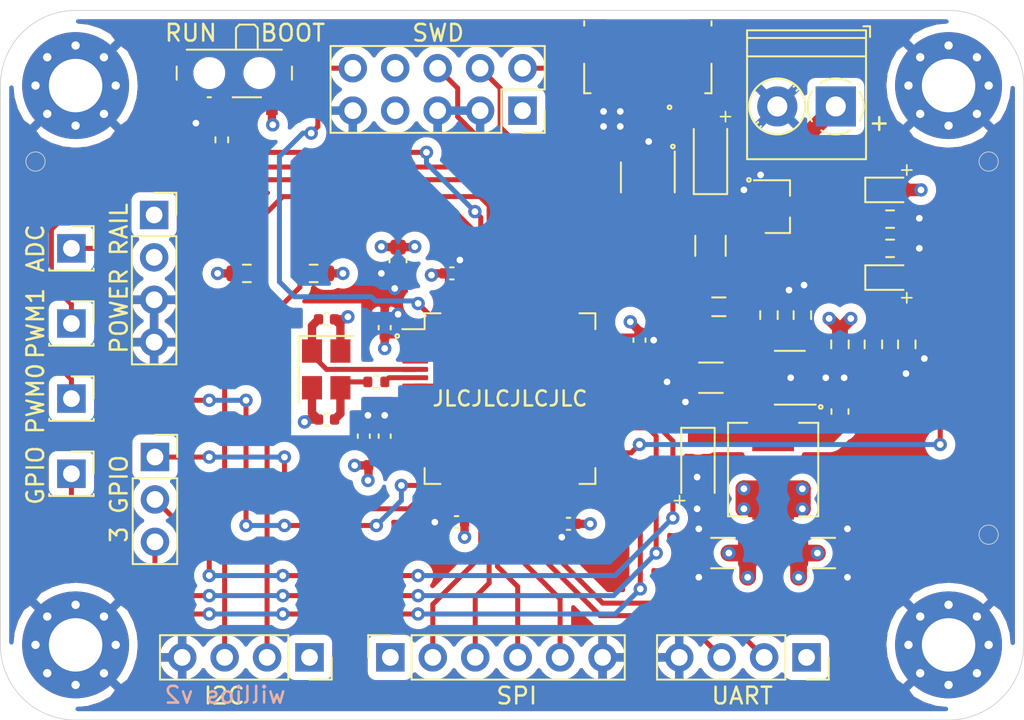
<source format=kicad_pcb>
(kicad_pcb (version 20171130) (host pcbnew "(5.1.10)-1")
  (layers (0 F.Cu signal) (1 In1.Cu power) (2 In2.Cu power) (31 B.Cu signal) (34 B.Paste user) (35 F.Paste user) (36 B.SilkS user) (37 F.SilkS user) (38 B.Mask user) (39 F.Mask user) (44 Edge.Cuts user))
  (net 0 "")
  (net 1 BUCK_SW)
  (net 2 BUCK_BST)
  (net 3 BUCK_IN)
  (net 4 HSE_IN)
  (net 5 +3V3)
  (net 6 +3.3VA)
  (net 7 "Net-(C14-Pad1)")
  (net 8 +5V)
  (net 9 "Net-(D1-Pad1)")
  (net 10 "Net-(D3-Pad1)")
  (net 11 LED_STATUS)
  (net 12 "Net-(D4-Pad1)")
  (net 13 "Net-(F1-Pad1)")
  (net 14 +9V)
  (net 15 USB_CONN_D-)
  (net 16 USB_CONN_D+)
  (net 17 "Net-(J2-Pad4)")
  (net 18 "Net-(J2-Pad6)")
  (net 19 SWDIO)
  (net 20 SWCLK)
  (net 21 SWO)
  (net 22 "Net-(J3-Pad7)")
  (net 23 "Net-(J3-Pad8)")
  (net 24 NRST)
  (net 25 USART3_TX)
  (net 26 USART3_RX)
  (net 27 I2C1_SCL)
  (net 28 I2C1_SDA)
  (net 29 SPI1_SCK)
  (net 30 SPI1_MISO)
  (net 31 SPI1_MOSI)
  (net 32 SPI1_CS)
  (net 33 ADC1_IN1)
  (net 34 PC8_GPIO)
  (net 35 PC7_GPIO)
  (net 36 PC6_GPIO)
  (net 37 PB12_GPIO)
  (net 38 TIM3_CH1)
  (net 39 TIM4_CH1)
  (net 40 BUCK_EN)
  (net 41 BUCK_FB)
  (net 42 "Net-(R4-Pad2)")
  (net 43 "Net-(R9-Pad1)")
  (net 44 BOOT0)
  (net 45 HSE_OUT)
  (net 46 USB_D+)
  (net 47 USB_D-)
  (net 48 "Net-(U3-Pad2)")
  (net 49 "Net-(U3-Pad3)")
  (net 50 "Net-(U3-Pad4)")
  (net 51 "Net-(U3-Pad9)")
  (net 52 "Net-(U3-Pad10)")
  (net 53 "Net-(U3-Pad11)")
  (net 54 "Net-(U3-Pad14)")
  (net 55 "Net-(U3-Pad15)")
  (net 56 "Net-(U3-Pad16)")
  (net 57 "Net-(U3-Pad17)")
  (net 58 "Net-(U3-Pad20)")
  (net 59 "Net-(U3-Pad25)")
  (net 60 "Net-(U3-Pad26)")
  (net 61 "Net-(U3-Pad27)")
  (net 62 "Net-(U3-Pad28)")
  (net 63 "Net-(U3-Pad35)")
  (net 64 "Net-(U3-Pad36)")
  (net 65 "Net-(U3-Pad40)")
  (net 66 "Net-(U3-Pad41)")
  (net 67 "Net-(U3-Pad42)")
  (net 68 "Net-(U3-Pad43)")
  (net 69 "Net-(U3-Pad50)")
  (net 70 "Net-(U3-Pad51)")
  (net 71 "Net-(U3-Pad52)")
  (net 72 "Net-(U3-Pad53)")
  (net 73 "Net-(U3-Pad54)")
  (net 74 "Net-(U3-Pad57)")
  (net 75 "Net-(U3-Pad62)")
  (net 76 GND)
  (module Connector_PinSocket_2.54mm:PinSocket_1x04_P2.54mm_Vertical (layer F.Cu) (at 90.7 128)
    (fp_text reference J9)
    (fp_text value Conn_01x04_Female)
    (pad 4 thru_hole oval (at 0 7.62) (size 1.7 1.7) (drill 1) (layers *.Cu *.Mask) (net 76 GND))
    (pad 3 thru_hole oval (at 0 5.08) (size 1.7 1.7) (drill 1) (layers *.Cu *.Mask) (net 76 GND))
    (pad 2 thru_hole oval (at 0 2.54) (size 1.7 1.7) (drill 1) (layers *.Cu *.Mask) (net 5 +3V3))
    (pad 1 thru_hole rect (at 0 0) (size 1.7 1.7) (drill 1) (layers *.Cu *.Mask) (net 5 +3V3))
  )
  (module Resistor_SMD:R_0603_1608Metric (layer F.Cu) (at 100.25 131.5 180)
    (fp_text reference R7)
    (fp_text value 2k2)
    (pad 1 smd roundrect (at -0.825 0 180) (size 0.8 0.95) (layers F.Cu F.Paste F.Mask) (net 5 +3V3))
    (pad 2 smd roundrect (at 0.825 0 180) (size 0.8 0.95) (layers F.Cu F.Paste F.Mask) (net 27 I2C1_SCL))
  )
  (module MountingHole:MountingHole_3.2mm_M3_Pad_Via (layer F.Cu) (at 86 120.25)
    (fp_text reference H1)
    (fp_text value MountingHole_Pad)
    (pad 1 thru_hole circle (at 0 0) (size 6.4 6.4) (drill 3.2) (layers *.Cu *.Mask) (net 76 GND))
    (pad 1 thru_hole circle (at 2.4 0) (size 0.8 0.8) (drill 0.5) (layers *.Cu *.Mask) (net 76 GND))
    (pad 1 thru_hole circle (at 1.697056 1.697056) (size 0.8 0.8) (drill 0.5) (layers *.Cu *.Mask) (net 76 GND))
    (pad 1 thru_hole circle (at 0 2.4) (size 0.8 0.8) (drill 0.5) (layers *.Cu *.Mask) (net 76 GND))
    (pad 1 thru_hole circle (at -1.697056 1.697056) (size 0.8 0.8) (drill 0.5) (layers *.Cu *.Mask) (net 76 GND))
    (pad 1 thru_hole circle (at -2.4 0) (size 0.8 0.8) (drill 0.5) (layers *.Cu *.Mask) (net 76 GND))
    (pad 1 thru_hole circle (at -1.697056 -1.697056) (size 0.8 0.8) (drill 0.5) (layers *.Cu *.Mask) (net 76 GND))
    (pad 1 thru_hole circle (at 0 -2.4) (size 0.8 0.8) (drill 0.5) (layers *.Cu *.Mask) (net 76 GND))
    (pad 1 thru_hole circle (at 1.697056 -1.697056) (size 0.8 0.8) (drill 0.5) (layers *.Cu *.Mask) (net 76 GND))
  )
  (module Connector_PinSocket_2.54mm:PinSocket_1x01_P2.54mm_Vertical (layer F.Cu) (at 85.75 134.5)
    (fp_text reference J12)
    (fp_text value Conn_01x01_Female)
    (pad 1 thru_hole rect (at 0 0) (size 1.7 1.7) (drill 1) (layers *.Cu *.Mask) (net 39 TIM4_CH1))
  )
  (module Connector_PinSocket_2.54mm:PinSocket_1x01_P2.54mm_Vertical (layer F.Cu) (at 85.75 139)
    (fp_text reference J11)
    (fp_text value Conn_01x01_Female)
    (pad 1 thru_hole rect (at 0 0) (size 1.7 1.7) (drill 1) (layers *.Cu *.Mask) (net 38 TIM3_CH1))
  )
  (module Connector_PinSocket_2.54mm:PinSocket_1x01_P2.54mm_Vertical (layer F.Cu) (at 85.75 143.5)
    (fp_text reference J10)
    (fp_text value Conn_01x01_Female)
    (pad 1 thru_hole rect (at 0 0) (size 1.7 1.7) (drill 1) (layers *.Cu *.Mask) (net 37 PB12_GPIO))
  )
  (module Connector_PinSocket_2.54mm:PinSocket_1x03_P2.54mm_Vertical (layer F.Cu) (at 90.75 142.5)
    (fp_text reference J8)
    (fp_text value Conn_01x03_Female)
    (pad 3 thru_hole oval (at 0 5.08) (size 1.7 1.7) (drill 1) (layers *.Cu *.Mask) (net 36 PC6_GPIO))
    (pad 2 thru_hole oval (at 0 2.54) (size 1.7 1.7) (drill 1) (layers *.Cu *.Mask) (net 35 PC7_GPIO))
    (pad 1 thru_hole rect (at 0 0) (size 1.7 1.7) (drill 1) (layers *.Cu *.Mask) (net 34 PC8_GPIO))
  )
  (module Connector_PinSocket_2.54mm:PinSocket_1x01_P2.54mm_Vertical (layer F.Cu) (at 85.75 130)
    (fp_text reference J7)
    (fp_text value Conn_01x01_Female)
    (pad 1 thru_hole rect (at 0 0) (size 1.7 1.7) (drill 1) (layers *.Cu *.Mask) (net 33 ADC1_IN1))
  )
  (module Connector_PinSocket_2.54mm:PinSocket_1x06_P2.54mm_Vertical (layer F.Cu) (at 104.84 154.5 90)
    (fp_text reference J6)
    (fp_text value Conn_01x06_Female)
    (pad 6 thru_hole oval (at 0 12.7 90) (size 1.7 1.7) (drill 1) (layers *.Cu *.Mask) (net 76 GND))
    (pad 5 thru_hole oval (at 0 10.16 90) (size 1.7 1.7) (drill 1) (layers *.Cu *.Mask) (net 32 SPI1_CS))
    (pad 4 thru_hole oval (at 0 7.62 90) (size 1.7 1.7) (drill 1) (layers *.Cu *.Mask) (net 31 SPI1_MOSI))
    (pad 3 thru_hole oval (at 0 5.08 90) (size 1.7 1.7) (drill 1) (layers *.Cu *.Mask) (net 30 SPI1_MISO))
    (pad 2 thru_hole oval (at 0 2.54 90) (size 1.7 1.7) (drill 1) (layers *.Cu *.Mask) (net 29 SPI1_SCK))
    (pad 1 thru_hole rect (at 0 0 90) (size 1.7 1.7) (drill 1) (layers *.Cu *.Mask) (net 5 +3V3))
  )
  (module Connector_PinSocket_2.54mm:PinSocket_1x04_P2.54mm_Vertical (layer F.Cu) (at 100 154.5 270)
    (fp_text reference J5)
    (fp_text value Conn_01x04_Female)
    (pad 4 thru_hole oval (at 0 7.62 270) (size 1.7 1.7) (drill 1) (layers *.Cu *.Mask) (net 76 GND))
    (pad 3 thru_hole oval (at 0 5.08 270) (size 1.7 1.7) (drill 1) (layers *.Cu *.Mask) (net 28 I2C1_SDA))
    (pad 2 thru_hole oval (at 0 2.54 270) (size 1.7 1.7) (drill 1) (layers *.Cu *.Mask) (net 27 I2C1_SCL))
    (pad 1 thru_hole rect (at 0 0 270) (size 1.7 1.7) (drill 1) (layers *.Cu *.Mask) (net 5 +3V3))
  )
  (module Connector_PinSocket_2.54mm:PinSocket_1x04_P2.54mm_Vertical (layer F.Cu) (at 129.75 154.5 270)
    (fp_text reference J4)
    (fp_text value Conn_01x04_Female)
    (pad 4 thru_hole oval (at 0 7.62 270) (size 1.7 1.7) (drill 1) (layers *.Cu *.Mask) (net 76 GND))
    (pad 3 thru_hole oval (at 0 5.08 270) (size 1.7 1.7) (drill 1) (layers *.Cu *.Mask) (net 25 USART3_TX))
    (pad 2 thru_hole oval (at 0 2.54 270) (size 1.7 1.7) (drill 1) (layers *.Cu *.Mask) (net 26 USART3_RX))
    (pad 1 thru_hole rect (at 0 0 270) (size 1.7 1.7) (drill 1) (layers *.Cu *.Mask) (net 5 +3V3))
  )
  (module Capacitor_SMD:C_0603_1608Metric (layer F.Cu) (at 131.75 139.775 270)
    (fp_text reference C1)
    (fp_text value 10n)
    (pad 2 smd roundrect (at 0.775 0 270) (size 0.9 0.95) (layers F.Cu F.Paste F.Mask) (net 1 BUCK_SW))
    (pad 1 smd roundrect (at -0.775 0 270) (size 0.9 0.95) (layers F.Cu F.Paste F.Mask) (net 2 BUCK_BST))
  )
  (module Capacitor_SMD:C_1206_3216Metric (layer F.Cu) (at 124.025 137.75 180)
    (fp_text reference C2)
    (fp_text value 10u)
    (pad 1 smd roundrect (at -1.475 0 180) (size 1.15 1.8) (layers F.Cu F.Paste F.Mask) (roundrect_rratio 0.217391) (net 3 BUCK_IN))
    (pad 2 smd roundrect (at 1.475 0 180) (size 1.15 1.8) (layers F.Cu F.Paste F.Mask) (roundrect_rratio 0.217391) (net 76 GND))
  )
  (module Capacitor_SMD:C_1206_3216Metric (layer F.Cu) (at 130.75 148.25)
    (fp_text reference C3)
    (fp_text value 10u)
    (pad 2 smd roundrect (at 1.475 0) (size 1.15 1.8) (layers F.Cu F.Paste F.Mask) (roundrect_rratio 0.217391) (net 76 GND))
    (pad 1 smd roundrect (at -1.475 0) (size 1.15 1.8) (layers F.Cu F.Paste F.Mask) (roundrect_rratio 0.217391) (net 5 +3V3))
  )
  (module Capacitor_SMD:C_1206_3216Metric (layer F.Cu) (at 124.75 148.25 180)
    (fp_text reference C4)
    (fp_text value 10u)
    (pad 1 smd roundrect (at -1.475 0 180) (size 1.15 1.8) (layers F.Cu F.Paste F.Mask) (roundrect_rratio 0.217391) (net 5 +3V3))
    (pad 2 smd roundrect (at 1.475 0 180) (size 1.15 1.8) (layers F.Cu F.Paste F.Mask) (roundrect_rratio 0.217391) (net 76 GND))
  )
  (module Capacitor_SMD:C_0603_1608Metric (layer F.Cu) (at 105.3 130.7 270)
    (fp_text reference C5)
    (fp_text value 4u7)
    (pad 1 smd roundrect (at -0.775 0 270) (size 0.9 0.95) (layers F.Cu F.Paste F.Mask) (net 5 +3V3))
    (pad 2 smd roundrect (at 0.775 0 270) (size 0.9 0.95) (layers F.Cu F.Paste F.Mask) (net 76 GND))
  )
  (module Capacitor_SMD:C_0402_1005Metric (layer F.Cu) (at 108.52 131.5)
    (fp_text reference C6)
    (fp_text value 100n)
    (pad 2 smd roundrect (at 0.48 0) (size 0.56 0.62) (layers F.Cu F.Paste F.Mask) (net 76 GND))
    (pad 1 smd roundrect (at -0.48 0) (size 0.56 0.62) (layers F.Cu F.Paste F.Mask) (net 5 +3V3))
  )
  (module Capacitor_SMD:C_0402_1005Metric (layer F.Cu) (at 108.8 146.4 180)
    (fp_text reference C7)
    (fp_text value 100n)
    (pad 1 smd roundrect (at -0.48 0 180) (size 0.56 0.62) (layers F.Cu F.Paste F.Mask) (net 5 +3V3))
    (pad 2 smd roundrect (at 0.48 0 180) (size 0.56 0.62) (layers F.Cu F.Paste F.Mask) (net 76 GND))
  )
  (module Capacitor_SMD:C_0402_1005Metric (layer F.Cu) (at 115.5 146.5 180)
    (fp_text reference C8)
    (fp_text value 100n)
    (pad 2 smd roundrect (at 0.48 0 180) (size 0.56 0.62) (layers F.Cu F.Paste F.Mask) (net 76 GND))
    (pad 1 smd roundrect (at -0.48 0 180) (size 0.56 0.62) (layers F.Cu F.Paste F.Mask) (net 5 +3V3))
  )
  (module Capacitor_SMD:C_0402_1005Metric (layer F.Cu) (at 119.75 135.5 270)
    (fp_text reference C9)
    (fp_text value 100n)
    (pad 1 smd roundrect (at -0.48 0 270) (size 0.56 0.62) (layers F.Cu F.Paste F.Mask) (net 5 +3V3))
    (pad 2 smd roundrect (at 0.48 0 270) (size 0.56 0.62) (layers F.Cu F.Paste F.Mask) (net 76 GND))
  )
  (module Capacitor_SMD:C_0402_1005Metric (layer F.Cu) (at 104.5 134.75 90)
    (fp_text reference C10)
    (fp_text value 100n)
    (pad 1 smd roundrect (at -0.48 0 90) (size 0.56 0.62) (layers F.Cu F.Paste F.Mask) (net 5 +3V3))
    (pad 2 smd roundrect (at 0.48 0 90) (size 0.56 0.62) (layers F.Cu F.Paste F.Mask) (net 76 GND))
  )
  (module Capacitor_SMD:C_0402_1005Metric (layer F.Cu) (at 103.25 141.25 90)
    (fp_text reference C11)
    (fp_text value 1u)
    (pad 2 smd roundrect (at 0.48 0 90) (size 0.56 0.62) (layers F.Cu F.Paste F.Mask) (net 76 GND))
    (pad 1 smd roundrect (at -0.48 0 90) (size 0.56 0.62) (layers F.Cu F.Paste F.Mask) (net 6 +3.3VA))
  )
  (module Capacitor_SMD:C_0402_1005Metric (layer F.Cu) (at 104.5 141.25 90)
    (fp_text reference C12)
    (fp_text value 10n)
    (pad 1 smd roundrect (at -0.48 0 90) (size 0.56 0.62) (layers F.Cu F.Paste F.Mask) (net 6 +3.3VA))
    (pad 2 smd roundrect (at 0.48 0 90) (size 0.56 0.62) (layers F.Cu F.Paste F.Mask) (net 76 GND))
  )
  (module Capacitor_SMD:C_0402_1005Metric (layer F.Cu) (at 101.02 134.25)
    (fp_text reference C13)
    (fp_text value 12p)
    (pad 1 smd roundrect (at -0.48 0) (size 0.56 0.62) (layers F.Cu F.Paste F.Mask) (net 4 HSE_IN))
    (pad 2 smd roundrect (at 0.48 0) (size 0.56 0.62) (layers F.Cu F.Paste F.Mask) (net 76 GND))
  )
  (module Capacitor_SMD:C_0402_1005Metric (layer F.Cu) (at 101.02 140.25 180)
    (fp_text reference C14)
    (fp_text value 12p)
    (pad 2 smd roundrect (at 0.48 0 180) (size 0.56 0.62) (layers F.Cu F.Paste F.Mask) (net 76 GND))
    (pad 1 smd roundrect (at -0.48 0 180) (size 0.56 0.62) (layers F.Cu F.Paste F.Mask) (net 7 "Net-(C14-Pad1)"))
  )
  (module Diode_SMD:D_SOD-123 (layer F.Cu) (at 124 124.5 90)
    (fp_text reference D1)
    (fp_text value B5819W)
    (pad 2 smd rect (at 1.65 0 90) (size 0.9 1.2) (layers F.Cu F.Paste F.Mask) (net 8 +5V))
    (pad 1 smd rect (at -1.65 0 90) (size 0.9 1.2) (layers F.Cu F.Paste F.Mask) (net 9 "Net-(D1-Pad1)"))
  )
  (module Diode_SMD:D_SOD-123 (layer F.Cu) (at 123.25 143 270)
    (fp_text reference D2)
    (fp_text value B5819W)
    (pad 1 smd rect (at -1.65 0 270) (size 0.9 1.2) (layers F.Cu F.Paste F.Mask) (net 1 BUCK_SW))
    (pad 2 smd rect (at 1.65 0 270) (size 0.9 1.2) (layers F.Cu F.Paste F.Mask) (net 76 GND))
  )
  (module LED_SMD:LED_0603_1608Metric (layer F.Cu) (at 134.75 126.5)
    (fp_text reference D3)
    (fp_text value YELLOW)
    (pad 1 smd roundrect (at -0.7875 0) (size 0.875 0.95) (layers F.Cu F.Paste F.Mask) (net 10 "Net-(D3-Pad1)"))
    (pad 2 smd roundrect (at 0.7875 0) (size 0.875 0.95) (layers F.Cu F.Paste F.Mask) (net 5 +3V3))
  )
  (module LED_SMD:LED_0603_1608Metric (layer F.Cu) (at 134.75 131.75)
    (fp_text reference D4)
    (fp_text value GREEN)
    (pad 2 smd roundrect (at 0.7875 0) (size 0.875 0.95) (layers F.Cu F.Paste F.Mask) (net 11 LED_STATUS))
    (pad 1 smd roundrect (at -0.7875 0) (size 0.875 0.95) (layers F.Cu F.Paste F.Mask) (net 12 "Net-(D4-Pad1)"))
  )
  (module Fuse:Fuse_1206_3216Metric (layer F.Cu) (at 124 129.85 90)
    (fp_text reference F1)
    (fp_text value 250mA)
    (pad 1 smd roundrect (at -1.4 0 90) (size 1.25 1.75) (layers F.Cu F.Paste F.Mask) (roundrect_rratio 0.2) (net 13 "Net-(F1-Pad1)"))
    (pad 2 smd roundrect (at 1.4 0 90) (size 1.25 1.75) (layers F.Cu F.Paste F.Mask) (roundrect_rratio 0.2) (net 9 "Net-(D1-Pad1)"))
  )
  (module Inductor_SMD:L_0805_2012Metric (layer F.Cu) (at 124.5 133.5 180)
    (fp_text reference FB1)
    (fp_text value "600 @ 600MHz")
    (pad 1 smd roundrect (at -1.0625 0 180) (size 0.875 1.2) (layers F.Cu F.Paste F.Mask) (net 3 BUCK_IN))
    (pad 2 smd roundrect (at 1.0625 0 180) (size 0.875 1.2) (layers F.Cu F.Paste F.Mask) (net 13 "Net-(F1-Pad1)"))
  )
  (module MountingHole:MountingHole_3.2mm_M3_Pad_Via (layer F.Cu) (at 138.25 120.25)
    (fp_text reference H2)
    (fp_text value MountingHole_Pad)
    (pad 1 thru_hole circle (at 1.697056 -1.697056) (size 0.8 0.8) (drill 0.5) (layers *.Cu *.Mask) (net 76 GND))
    (pad 1 thru_hole circle (at 0 -2.4) (size 0.8 0.8) (drill 0.5) (layers *.Cu *.Mask) (net 76 GND))
    (pad 1 thru_hole circle (at -1.697056 -1.697056) (size 0.8 0.8) (drill 0.5) (layers *.Cu *.Mask) (net 76 GND))
    (pad 1 thru_hole circle (at -2.4 0) (size 0.8 0.8) (drill 0.5) (layers *.Cu *.Mask) (net 76 GND))
    (pad 1 thru_hole circle (at -1.697056 1.697056) (size 0.8 0.8) (drill 0.5) (layers *.Cu *.Mask) (net 76 GND))
    (pad 1 thru_hole circle (at 0 2.4) (size 0.8 0.8) (drill 0.5) (layers *.Cu *.Mask) (net 76 GND))
    (pad 1 thru_hole circle (at 1.697056 1.697056) (size 0.8 0.8) (drill 0.5) (layers *.Cu *.Mask) (net 76 GND))
    (pad 1 thru_hole circle (at 2.4 0) (size 0.8 0.8) (drill 0.5) (layers *.Cu *.Mask) (net 76 GND))
    (pad 1 thru_hole circle (at 0 0) (size 6.4 6.4) (drill 3.2) (layers *.Cu *.Mask) (net 76 GND))
  )
  (module MountingHole:MountingHole_3.2mm_M3_Pad_Via (layer F.Cu) (at 86 153.75)
    (fp_text reference H3)
    (fp_text value MountingHole_Pad)
    (pad 1 thru_hole circle (at 0 0) (size 6.4 6.4) (drill 3.2) (layers *.Cu *.Mask) (net 76 GND))
    (pad 1 thru_hole circle (at 2.4 0) (size 0.8 0.8) (drill 0.5) (layers *.Cu *.Mask) (net 76 GND))
    (pad 1 thru_hole circle (at 1.697056 1.697056) (size 0.8 0.8) (drill 0.5) (layers *.Cu *.Mask) (net 76 GND))
    (pad 1 thru_hole circle (at 0 2.4) (size 0.8 0.8) (drill 0.5) (layers *.Cu *.Mask) (net 76 GND))
    (pad 1 thru_hole circle (at -1.697056 1.697056) (size 0.8 0.8) (drill 0.5) (layers *.Cu *.Mask) (net 76 GND))
    (pad 1 thru_hole circle (at -2.4 0) (size 0.8 0.8) (drill 0.5) (layers *.Cu *.Mask) (net 76 GND))
    (pad 1 thru_hole circle (at -1.697056 -1.697056) (size 0.8 0.8) (drill 0.5) (layers *.Cu *.Mask) (net 76 GND))
    (pad 1 thru_hole circle (at 0 -2.4) (size 0.8 0.8) (drill 0.5) (layers *.Cu *.Mask) (net 76 GND))
    (pad 1 thru_hole circle (at 1.697056 -1.697056) (size 0.8 0.8) (drill 0.5) (layers *.Cu *.Mask) (net 76 GND))
  )
  (module MountingHole:MountingHole_3.2mm_M3_Pad_Via (layer F.Cu) (at 138.25 153.75)
    (fp_text reference H4)
    (fp_text value MountingHole_Pad)
    (pad 1 thru_hole circle (at 1.697056 -1.697056) (size 0.8 0.8) (drill 0.5) (layers *.Cu *.Mask) (net 76 GND))
    (pad 1 thru_hole circle (at 0 -2.4) (size 0.8 0.8) (drill 0.5) (layers *.Cu *.Mask) (net 76 GND))
    (pad 1 thru_hole circle (at -1.697056 -1.697056) (size 0.8 0.8) (drill 0.5) (layers *.Cu *.Mask) (net 76 GND))
    (pad 1 thru_hole circle (at -2.4 0) (size 0.8 0.8) (drill 0.5) (layers *.Cu *.Mask) (net 76 GND))
    (pad 1 thru_hole circle (at -1.697056 1.697056) (size 0.8 0.8) (drill 0.5) (layers *.Cu *.Mask) (net 76 GND))
    (pad 1 thru_hole circle (at 0 2.4) (size 0.8 0.8) (drill 0.5) (layers *.Cu *.Mask) (net 76 GND))
    (pad 1 thru_hole circle (at 1.697056 1.697056) (size 0.8 0.8) (drill 0.5) (layers *.Cu *.Mask) (net 76 GND))
    (pad 1 thru_hole circle (at 2.4 0) (size 0.8 0.8) (drill 0.5) (layers *.Cu *.Mask) (net 76 GND))
    (pad 1 thru_hole circle (at 0 0) (size 6.4 6.4) (drill 3.2) (layers *.Cu *.Mask) (net 76 GND))
  )
  (module TerminalBlock_Phoenix:TerminalBlock_Phoenix_PT-1,5-2-3.5-H_1x02_P3.50mm_Horizontal (layer F.Cu) (at 131.5 121.5 180)
    (fp_text reference J1)
    (fp_text value Screw_Terminal_01x02)
    (pad 1 thru_hole rect (at 0 0 180) (size 2.4 2.4) (drill 1.2) (layers *.Cu *.Mask) (net 14 +9V))
    (pad 2 thru_hole circle (at 3.5 0 180) (size 2.4 2.4) (drill 1.2) (layers *.Cu *.Mask) (net 76 GND))
  )
  (module Connector_USB:USB_Micro-B_Molex_47346-0001 (layer F.Cu) (at 120.25 119 180)
    (fp_text reference J2)
    (fp_text value USB_B_Micro)
    (pad 1 smd rect (at -1.3 -1.46 180) (size 0.45 1.38) (layers F.Cu F.Paste F.Mask) (net 8 +5V))
    (pad 2 smd rect (at -0.65 -1.46 180) (size 0.45 1.38) (layers F.Cu F.Paste F.Mask) (net 15 USB_CONN_D-))
    (pad 3 smd rect (at 0 -1.46 180) (size 0.45 1.38) (layers F.Cu F.Paste F.Mask) (net 16 USB_CONN_D+))
    (pad 4 smd rect (at 0.65 -1.46 180) (size 0.45 1.38) (layers F.Cu F.Paste F.Mask) (net 17 "Net-(J2-Pad4)"))
    (pad 5 smd rect (at 1.3 -1.46 180) (size 0.45 1.38) (layers F.Cu F.Paste F.Mask) (net 76 GND))
    (pad 6 smd rect (at -2.4875 -1.375 180) (size 1.425 1.55) (layers F.Cu F.Paste F.Mask) (net 18 "Net-(J2-Pad6)"))
    (pad 6 smd rect (at 2.4875 -1.375 180) (size 1.425 1.55) (layers F.Cu F.Paste F.Mask) (net 18 "Net-(J2-Pad6)"))
    (pad 6 smd rect (at -3.375 1.2 180) (size 1.65 1.3) (layers F.Cu F.Paste F.Mask) (net 18 "Net-(J2-Pad6)"))
    (pad 6 smd rect (at 3.375 1.2 180) (size 1.65 1.3) (layers F.Cu F.Paste F.Mask) (net 18 "Net-(J2-Pad6)"))
    (pad 6 smd rect (at -1.15 1.2 180) (size 1.8 1.9) (layers F.Cu F.Paste F.Mask) (net 18 "Net-(J2-Pad6)"))
    (pad 6 smd rect (at 1.55 1.2 180) (size 1 1.9) (layers F.Cu F.Paste F.Mask) (net 18 "Net-(J2-Pad6)"))
  )
  (module Connector_PinSocket_2.54mm:PinSocket_2x05_P2.54mm_Vertical (layer F.Cu) (at 112.75 121.75 270)
    (fp_text reference J3)
    (fp_text value SWD)
    (pad 1 thru_hole rect (at 0 0 270) (size 1.7 1.7) (drill 1) (layers *.Cu *.Mask) (net 5 +3V3))
    (pad 2 thru_hole oval (at -2.54 0 270) (size 1.7 1.7) (drill 1) (layers *.Cu *.Mask) (net 19 SWDIO))
    (pad 3 thru_hole oval (at 0 2.54 270) (size 1.7 1.7) (drill 1) (layers *.Cu *.Mask) (net 76 GND))
    (pad 4 thru_hole oval (at -2.54 2.54 270) (size 1.7 1.7) (drill 1) (layers *.Cu *.Mask) (net 20 SWCLK))
    (pad 5 thru_hole oval (at 0 5.08 270) (size 1.7 1.7) (drill 1) (layers *.Cu *.Mask) (net 76 GND))
    (pad 6 thru_hole oval (at -2.54 5.08 270) (size 1.7 1.7) (drill 1) (layers *.Cu *.Mask) (net 21 SWO))
    (pad 7 thru_hole oval (at 0 7.62 270) (size 1.7 1.7) (drill 1) (layers *.Cu *.Mask) (net 22 "Net-(J3-Pad7)"))
    (pad 8 thru_hole oval (at -2.54 7.62 270) (size 1.7 1.7) (drill 1) (layers *.Cu *.Mask) (net 23 "Net-(J3-Pad8)"))
    (pad 9 thru_hole oval (at 0 10.16 270) (size 1.7 1.7) (drill 1) (layers *.Cu *.Mask) (net 76 GND))
    (pad 10 thru_hole oval (at -2.54 10.16 270) (size 1.7 1.7) (drill 1) (layers *.Cu *.Mask) (net 24 NRST))
  )
  (module Inductor_SMD:L_Sunlord_MWSA0518_5.4x5.2mm (layer F.Cu) (at 127.75 143.25 270)
    (fp_text reference L1)
    (fp_text value 10u)
    (pad 1 smd rect (at -2.05 0 270) (size 1.9 2.5) (layers F.Cu F.Paste F.Mask) (net 1 BUCK_SW))
    (pad 2 smd rect (at 2.05 0 270) (size 1.9 2.5) (layers F.Cu F.Paste F.Mask) (net 5 +3V3))
  )
  (module Inductor_SMD:L_0402_1005Metric (layer F.Cu) (at 104.015 143)
    (fp_text reference L2)
    (fp_text value 39n)
    (pad 1 smd roundrect (at -0.485 0) (size 0.59 0.64) (layers F.Cu F.Paste F.Mask) (net 5 +3V3))
    (pad 2 smd roundrect (at 0.485 0) (size 0.59 0.64) (layers F.Cu F.Paste F.Mask) (net 6 +3.3VA))
  )
  (module Package_TO_SOT_SMD:SOT-23 (layer F.Cu) (at 128 127.5)
    (fp_text reference Q1)
    (fp_text value AO3401A)
    (pad 1 smd rect (at -1 -0.95) (size 0.9 0.8) (layers F.Cu F.Paste F.Mask) (net 76 GND))
    (pad 2 smd rect (at -1 0.95) (size 0.9 0.8) (layers F.Cu F.Paste F.Mask) (net 9 "Net-(D1-Pad1)"))
    (pad 3 smd rect (at 1 0) (size 0.9 0.8) (layers F.Cu F.Paste F.Mask) (net 14 +9V))
  )
  (module Resistor_SMD:R_0603_1608Metric (layer F.Cu) (at 127.5 134 270)
    (fp_text reference R1)
    (fp_text value 100k)
    (pad 1 smd roundrect (at -0.825 0 270) (size 0.8 0.95) (layers F.Cu F.Paste F.Mask) (net 3 BUCK_IN))
    (pad 2 smd roundrect (at 0.825 0 270) (size 0.8 0.95) (layers F.Cu F.Paste F.Mask) (net 40 BUCK_EN))
  )
  (module Resistor_SMD:R_0603_1608Metric (layer F.Cu) (at 129.5 134 90)
    (fp_text reference R2)
    (fp_text value 68k)
    (pad 2 smd roundrect (at 0.825 0 90) (size 0.8 0.95) (layers F.Cu F.Paste F.Mask) (net 76 GND))
    (pad 1 smd roundrect (at -0.825 0 90) (size 0.8 0.95) (layers F.Cu F.Paste F.Mask) (net 40 BUCK_EN))
  )
  (module Resistor_SMD:R_0603_1608Metric (layer F.Cu) (at 131.75 135.75 270)
    (fp_text reference R3)
    (fp_text value 47k)
    (pad 1 smd roundrect (at -0.825 0 270) (size 0.8 0.95) (layers F.Cu F.Paste F.Mask) (net 5 +3V3))
    (pad 2 smd roundrect (at 0.825 0 270) (size 0.8 0.95) (layers F.Cu F.Paste F.Mask) (net 41 BUCK_FB))
  )
  (module Resistor_SMD:R_0603_1608Metric (layer F.Cu) (at 133.75 135.75 90)
    (fp_text reference R4)
    (fp_text value 15k)
    (pad 1 smd roundrect (at -0.825 0 90) (size 0.8 0.95) (layers F.Cu F.Paste F.Mask) (net 41 BUCK_FB))
    (pad 2 smd roundrect (at 0.825 0 90) (size 0.8 0.95) (layers F.Cu F.Paste F.Mask) (net 42 "Net-(R4-Pad2)"))
  )
  (module Resistor_SMD:R_0603_1608Metric (layer F.Cu) (at 135.75 135.75 270)
    (fp_text reference R5)
    (fp_text value 270)
    (pad 2 smd roundrect (at 0.825 0 270) (size 0.8 0.95) (layers F.Cu F.Paste F.Mask) (net 76 GND))
    (pad 1 smd roundrect (at -0.825 0 270) (size 0.8 0.95) (layers F.Cu F.Paste F.Mask) (net 42 "Net-(R4-Pad2)"))
  )
  (module Resistor_SMD:R_0603_1608Metric (layer F.Cu) (at 134.75 128.25)
    (fp_text reference R6)
    (fp_text value 1k5)
    (pad 2 smd roundrect (at 0.825 0) (size 0.8 0.95) (layers F.Cu F.Paste F.Mask) (net 76 GND))
    (pad 1 smd roundrect (at -0.825 0) (size 0.8 0.95) (layers F.Cu F.Paste F.Mask) (net 10 "Net-(D3-Pad1)"))
  )
  (module Resistor_SMD:R_0603_1608Metric (layer F.Cu) (at 96.25 131.5)
    (fp_text reference R8)
    (fp_text value 2k2)
    (pad 2 smd roundrect (at 0.825 0) (size 0.8 0.95) (layers F.Cu F.Paste F.Mask) (net 28 I2C1_SDA))
    (pad 1 smd roundrect (at -0.825 0) (size 0.8 0.95) (layers F.Cu F.Paste F.Mask) (net 5 +3V3))
  )
  (module Resistor_SMD:R_0402_1005Metric (layer F.Cu) (at 94.75 123.5 270)
    (fp_text reference R9)
    (fp_text value 10k)
    (pad 1 smd roundrect (at -0.51 0 270) (size 0.54 0.64) (layers F.Cu F.Paste F.Mask) (net 43 "Net-(R9-Pad1)"))
    (pad 2 smd roundrect (at 0.51 0 270) (size 0.54 0.64) (layers F.Cu F.Paste F.Mask) (net 44 BOOT0))
  )
  (module Resistor_SMD:R_0402_1005Metric (layer F.Cu) (at 104 138 180)
    (fp_text reference R10)
    (fp_text value 47)
    (pad 2 smd roundrect (at 0.51 0 180) (size 0.54 0.64) (layers F.Cu F.Paste F.Mask) (net 7 "Net-(C14-Pad1)"))
    (pad 1 smd roundrect (at -0.51 0 180) (size 0.54 0.64) (layers F.Cu F.Paste F.Mask) (net 45 HSE_OUT))
  )
  (module Resistor_SMD:R_0603_1608Metric (layer F.Cu) (at 134.75 130)
    (fp_text reference R11)
    (fp_text value 1k5)
    (pad 1 smd roundrect (at -0.825 0) (size 0.8 0.95) (layers F.Cu F.Paste F.Mask) (net 12 "Net-(D4-Pad1)"))
    (pad 2 smd roundrect (at 0.825 0) (size 0.8 0.95) (layers F.Cu F.Paste F.Mask) (net 76 GND))
  )
  (module Button_Switch_SMD:SW_SPDT_PCM12 (layer F.Cu) (at 95.5 119.83 180)
    (fp_text reference SW1)
    (fp_text value SW_SPDT)
    (pad "" np_thru_hole circle (at -1.5 0.33 180) (size 0.9 0.9) (drill 0.9) (layers *.Cu *.Mask))
    (pad "" np_thru_hole circle (at 1.5 0.33 180) (size 0.9 0.9) (drill 0.9) (layers *.Cu *.Mask))
    (pad 1 smd rect (at -2.25 -1.43 180) (size 0.7 1.5) (layers F.Cu F.Paste F.Mask) (net 5 +3V3))
    (pad 2 smd rect (at 0.75 -1.43 180) (size 0.7 1.5) (layers F.Cu F.Paste F.Mask) (net 43 "Net-(R9-Pad1)"))
    (pad 3 smd rect (at 2.25 -1.43 180) (size 0.7 1.5) (layers F.Cu F.Paste F.Mask) (net 76 GND))
    (pad "" smd rect (at -3.65 1.43 180) (size 1 0.8) (layers F.Cu F.Paste F.Mask))
    (pad "" smd rect (at 3.65 1.43 180) (size 1 0.8) (layers F.Cu F.Paste F.Mask))
    (pad "" smd rect (at 3.65 -0.78 180) (size 1 0.8) (layers F.Cu F.Paste F.Mask))
    (pad "" smd rect (at -3.65 -0.78 180) (size 1 0.8) (layers F.Cu F.Paste F.Mask))
  )
  (module Package_TO_SOT_SMD:SOT-23-6 (layer F.Cu) (at 128.75 137.75 180)
    (fp_text reference U1)
    (fp_text value MP2359DJ-LF-Z)
    (pad 5 smd rect (at 1.1 0 180) (size 1.06 0.65) (layers F.Cu F.Paste F.Mask) (net 3 BUCK_IN))
    (pad 6 smd rect (at 1.1 -0.95 180) (size 1.06 0.65) (layers F.Cu F.Paste F.Mask) (net 1 BUCK_SW))
    (pad 4 smd rect (at 1.1 0.95 180) (size 1.06 0.65) (layers F.Cu F.Paste F.Mask) (net 40 BUCK_EN))
    (pad 3 smd rect (at -1.1 0.95 180) (size 1.06 0.65) (layers F.Cu F.Paste F.Mask) (net 41 BUCK_FB))
    (pad 2 smd rect (at -1.1 0 180) (size 1.06 0.65) (layers F.Cu F.Paste F.Mask) (net 76 GND))
    (pad 1 smd rect (at -1.1 -0.95 180) (size 1.06 0.65) (layers F.Cu F.Paste F.Mask) (net 2 BUCK_BST))
  )
  (module Package_TO_SOT_SMD:SOT-23-6 (layer F.Cu) (at 120.25 125.75 270)
    (fp_text reference U2)
    (fp_text value USBLC6-2SC6)
    (pad 1 smd rect (at -1.1 -0.95 270) (size 1.06 0.65) (layers F.Cu F.Paste F.Mask) (net 15 USB_CONN_D-))
    (pad 2 smd rect (at -1.1 0 270) (size 1.06 0.65) (layers F.Cu F.Paste F.Mask) (net 76 GND))
    (pad 3 smd rect (at -1.1 0.95 270) (size 1.06 0.65) (layers F.Cu F.Paste F.Mask) (net 16 USB_CONN_D+))
    (pad 4 smd rect (at 1.1 0.95 270) (size 1.06 0.65) (layers F.Cu F.Paste F.Mask) (net 46 USB_D+))
    (pad 6 smd rect (at 1.1 -0.95 270) (size 1.06 0.65) (layers F.Cu F.Paste F.Mask) (net 47 USB_D-))
    (pad 5 smd rect (at 1.1 0 270) (size 1.06 0.65) (layers F.Cu F.Paste F.Mask) (net 8 +5V))
  )
  (module Package_QFP:LQFP-64_10x10mm_P0.5mm (layer F.Cu) (at 112 139)
    (fp_text reference U3)
    (fp_text value STM32L476RGTx)
    (pad 1 smd roundrect (at -5.675 -3.75) (size 1.55 0.3) (layers F.Cu F.Paste F.Mask) (net 5 +3V3))
    (pad 2 smd roundrect (at -5.675 -3.25) (size 1.55 0.3) (layers F.Cu F.Paste F.Mask) (net 48 "Net-(U3-Pad2)"))
    (pad 3 smd roundrect (at -5.675 -2.75) (size 1.55 0.3) (layers F.Cu F.Paste F.Mask) (net 49 "Net-(U3-Pad3)"))
    (pad 4 smd roundrect (at -5.675 -2.25) (size 1.55 0.3) (layers F.Cu F.Paste F.Mask) (net 50 "Net-(U3-Pad4)"))
    (pad 5 smd roundrect (at -5.675 -1.75) (size 1.55 0.3) (layers F.Cu F.Paste F.Mask) (net 4 HSE_IN))
    (pad 6 smd roundrect (at -5.675 -1.25) (size 1.55 0.3) (layers F.Cu F.Paste F.Mask) (net 45 HSE_OUT))
    (pad 7 smd roundrect (at -5.675 -0.75) (size 1.55 0.3) (layers F.Cu F.Paste F.Mask) (net 24 NRST))
    (pad 8 smd roundrect (at -5.675 -0.25) (size 1.55 0.3) (layers F.Cu F.Paste F.Mask) (net 33 ADC1_IN1))
    (pad 9 smd roundrect (at -5.675 0.25) (size 1.55 0.3) (layers F.Cu F.Paste F.Mask) (net 51 "Net-(U3-Pad9)"))
    (pad 10 smd roundrect (at -5.675 0.75) (size 1.55 0.3) (layers F.Cu F.Paste F.Mask) (net 52 "Net-(U3-Pad10)"))
    (pad 11 smd roundrect (at -5.675 1.25) (size 1.55 0.3) (layers F.Cu F.Paste F.Mask) (net 53 "Net-(U3-Pad11)"))
    (pad 12 smd roundrect (at -5.675 1.75) (size 1.55 0.3) (layers F.Cu F.Paste F.Mask) (net 76 GND))
    (pad 13 smd roundrect (at -5.675 2.25) (size 1.55 0.3) (layers F.Cu F.Paste F.Mask) (net 6 +3.3VA))
    (pad 14 smd roundrect (at -5.675 2.75) (size 1.55 0.3) (layers F.Cu F.Paste F.Mask) (net 54 "Net-(U3-Pad14)"))
    (pad 15 smd roundrect (at -5.675 3.25) (size 1.55 0.3) (layers F.Cu F.Paste F.Mask) (net 55 "Net-(U3-Pad15)"))
    (pad 16 smd roundrect (at -5.675 3.75) (size 1.55 0.3) (layers F.Cu F.Paste F.Mask) (net 56 "Net-(U3-Pad16)"))
    (pad 17 smd roundrect (at -3.75 5.675) (size 0.3 1.55) (layers F.Cu F.Paste F.Mask) (net 57 "Net-(U3-Pad17)"))
    (pad 18 smd roundrect (at -3.25 5.675) (size 0.3 1.55) (layers F.Cu F.Paste F.Mask) (net 76 GND))
    (pad 19 smd roundrect (at -2.75 5.675) (size 0.3 1.55) (layers F.Cu F.Paste F.Mask) (net 5 +3V3))
    (pad 20 smd roundrect (at -2.25 5.675) (size 0.3 1.55) (layers F.Cu F.Paste F.Mask) (net 58 "Net-(U3-Pad20)"))
    (pad 21 smd roundrect (at -1.75 5.675) (size 0.3 1.55) (layers F.Cu F.Paste F.Mask) (net 29 SPI1_SCK))
    (pad 22 smd roundrect (at -1.25 5.675) (size 0.3 1.55) (layers F.Cu F.Paste F.Mask) (net 30 SPI1_MISO))
    (pad 23 smd roundrect (at -0.75 5.675) (size 0.3 1.55) (layers F.Cu F.Paste F.Mask) (net 31 SPI1_MOSI))
    (pad 24 smd roundrect (at -0.25 5.675) (size 0.3 1.55) (layers F.Cu F.Paste F.Mask) (net 32 SPI1_CS))
    (pad 25 smd roundrect (at 0.25 5.675) (size 0.3 1.55) (layers F.Cu F.Paste F.Mask) (net 59 "Net-(U3-Pad25)"))
    (pad 26 smd roundrect (at 0.75 5.675) (size 0.3 1.55) (layers F.Cu F.Paste F.Mask) (net 60 "Net-(U3-Pad26)"))
    (pad 27 smd roundrect (at 1.25 5.675) (size 0.3 1.55) (layers F.Cu F.Paste F.Mask) (net 61 "Net-(U3-Pad27)"))
    (pad 28 smd roundrect (at 1.75 5.675) (size 0.3 1.55) (layers F.Cu F.Paste F.Mask) (net 62 "Net-(U3-Pad28)"))
    (pad 29 smd roundrect (at 2.25 5.675) (size 0.3 1.55) (layers F.Cu F.Paste F.Mask) (net 25 USART3_TX))
    (pad 30 smd roundrect (at 2.75 5.675) (size 0.3 1.55) (layers F.Cu F.Paste F.Mask) (net 26 USART3_RX))
    (pad 31 smd roundrect (at 3.25 5.675) (size 0.3 1.55) (layers F.Cu F.Paste F.Mask) (net 76 GND))
    (pad 32 smd roundrect (at 3.75 5.675) (size 0.3 1.55) (layers F.Cu F.Paste F.Mask) (net 5 +3V3))
    (pad 33 smd roundrect (at 5.675 3.75) (size 1.55 0.3) (layers F.Cu F.Paste F.Mask) (net 37 PB12_GPIO))
    (pad 34 smd roundrect (at 5.675 3.25) (size 1.55 0.3) (layers F.Cu F.Paste F.Mask) (net 11 LED_STATUS))
    (pad 35 smd roundrect (at 5.675 2.75) (size 1.55 0.3) (layers F.Cu F.Paste F.Mask) (net 63 "Net-(U3-Pad35)"))
    (pad 36 smd roundrect (at 5.675 2.25) (size 1.55 0.3) (layers F.Cu F.Paste F.Mask) (net 64 "Net-(U3-Pad36)"))
    (pad 37 smd roundrect (at 5.675 1.75) (size 1.55 0.3) (layers F.Cu F.Paste F.Mask) (net 36 PC6_GPIO))
    (pad 38 smd roundrect (at 5.675 1.25) (size 1.55 0.3) (layers F.Cu F.Paste F.Mask) (net 35 PC7_GPIO))
    (pad 39 smd roundrect (at 5.675 0.75) (size 1.55 0.3) (layers F.Cu F.Paste F.Mask) (net 34 PC8_GPIO))
    (pad 40 smd roundrect (at 5.675 0.25) (size 1.55 0.3) (layers F.Cu F.Paste F.Mask) (net 65 "Net-(U3-Pad40)"))
    (pad 41 smd roundrect (at 5.675 -0.25) (size 1.55 0.3) (layers F.Cu F.Paste F.Mask) (net 66 "Net-(U3-Pad41)"))
    (pad 42 smd roundrect (at 5.675 -0.75) (size 1.55 0.3) (layers F.Cu F.Paste F.Mask) (net 67 "Net-(U3-Pad42)"))
    (pad 43 smd roundrect (at 5.675 -1.25) (size 1.55 0.3) (layers F.Cu F.Paste F.Mask) (net 68 "Net-(U3-Pad43)"))
    (pad 44 smd roundrect (at 5.675 -1.75) (size 1.55 0.3) (layers F.Cu F.Paste F.Mask) (net 47 USB_D-))
    (pad 45 smd roundrect (at 5.675 -2.25) (size 1.55 0.3) (layers F.Cu F.Paste F.Mask) (net 46 USB_D+))
    (pad 46 smd roundrect (at 5.675 -2.75) (size 1.55 0.3) (layers F.Cu F.Paste F.Mask) (net 19 SWDIO))
    (pad 47 smd roundrect (at 5.675 -3.25) (size 1.55 0.3) (layers F.Cu F.Paste F.Mask) (net 76 GND))
    (pad 48 smd roundrect (at 5.675 -3.75) (size 1.55 0.3) (layers F.Cu F.Paste F.Mask) (net 5 +3V3))
    (pad 49 smd roundrect (at 3.75 -5.675) (size 0.3 1.55) (layers F.Cu F.Paste F.Mask) (net 20 SWCLK))
    (pad 50 smd roundrect (at 3.25 -5.675) (size 0.3 1.55) (layers F.Cu F.Paste F.Mask) (net 69 "Net-(U3-Pad50)"))
    (pad 51 smd roundrect (at 2.75 -5.675) (size 0.3 1.55) (layers F.Cu F.Paste F.Mask) (net 70 "Net-(U3-Pad51)"))
    (pad 52 smd roundrect (at 2.25 -5.675) (size 0.3 1.55) (layers F.Cu F.Paste F.Mask) (net 71 "Net-(U3-Pad52)"))
    (pad 53 smd roundrect (at 1.75 -5.675) (size 0.3 1.55) (layers F.Cu F.Paste F.Mask) (net 72 "Net-(U3-Pad53)"))
    (pad 54 smd roundrect (at 1.25 -5.675) (size 0.3 1.55) (layers F.Cu F.Paste F.Mask) (net 73 "Net-(U3-Pad54)"))
    (pad 55 smd roundrect (at 0.75 -5.675) (size 0.3 1.55) (layers F.Cu F.Paste F.Mask) (net 21 SWO))
    (pad 56 smd roundrect (at 0.25 -5.675) (size 0.3 1.55) (layers F.Cu F.Paste F.Mask) (net 38 TIM3_CH1))
    (pad 57 smd roundrect (at -0.25 -5.675) (size 0.3 1.55) (layers F.Cu F.Paste F.Mask) (net 74 "Net-(U3-Pad57)"))
    (pad 58 smd roundrect (at -0.75 -5.675) (size 0.3 1.55) (layers F.Cu F.Paste F.Mask) (net 39 TIM4_CH1))
    (pad 59 smd roundrect (at -1.25 -5.675) (size 0.3 1.55) (layers F.Cu F.Paste F.Mask) (net 28 I2C1_SDA))
    (pad 60 smd roundrect (at -1.75 -5.675) (size 0.3 1.55) (layers F.Cu F.Paste F.Mask) (net 44 BOOT0))
    (pad 61 smd roundrect (at -2.25 -5.675) (size 0.3 1.55) (layers F.Cu F.Paste F.Mask) (net 27 I2C1_SCL))
    (pad 62 smd roundrect (at -2.75 -5.675) (size 0.3 1.55) (layers F.Cu F.Paste F.Mask) (net 75 "Net-(U3-Pad62)"))
    (pad 63 smd roundrect (at -3.25 -5.675) (size 0.3 1.55) (layers F.Cu F.Paste F.Mask) (net 76 GND))
    (pad 64 smd roundrect (at -3.75 -5.675) (size 0.3 1.55) (layers F.Cu F.Paste F.Mask) (net 5 +3V3))
  )
  (module Crystal:Crystal_SMD_3225-4Pin_3.2x2.5mm (layer F.Cu) (at 101 137.25 270)
    (fp_text reference Y1)
    (fp_text value Crystal_GND24_Small)
    (pad 1 smd rect (at -1.1 0.85 270) (size 1.4 1.2) (layers F.Cu F.Paste F.Mask) (net 4 HSE_IN))
    (pad 2 smd rect (at 1.1 0.85 270) (size 1.4 1.2) (layers F.Cu F.Paste F.Mask) (net 76 GND))
    (pad 3 smd rect (at 1.1 -0.85 270) (size 1.4 1.2) (layers F.Cu F.Paste F.Mask) (net 7 "Net-(C14-Pad1)"))
    (pad 4 smd rect (at -1.1 -0.85 270) (size 1.4 1.2) (layers F.Cu F.Paste F.Mask) (net 76 GND))
  )
  (gr_circle (center 140.65 124.8) (end 141.226 124.8) (layer Edge.Cuts) (width 0.05))
  (gr_circle (center 83.6 124.8) (end 84.176 124.8) (layer Edge.Cuts) (width 0.05))
  (gr_circle (center 140.65 147.15) (end 141.226 147.15) (layer Edge.Cuts) (width 0.05))
  (gr_text JLCJLCJLCJLC (at 112 139) (layer F.SilkS) (effects (font (size 0.9 0.9))))
  (gr_text "willios v2" (at 94.95 156.75) (layer B.SilkS) (effects (font (size 1 1)) (justify mirror)))
  (gr_text + (at 135.75 132.9) (layer F.SilkS) (effects (font (size 0.8 0.8) (thickness 0.1))))
  (gr_text + (at 135.75 125.25) (layer F.SilkS) (effects (font (size 0.8 0.8) (thickness 0.1))))
  (gr_text + (at 134.1 122.45) (layer F.SilkS) (effects (font (size 1 1))))
  (gr_text + (at 122.15 145.05) (layer F.SilkS) (effects (font (size 0.8 0.8) (thickness 0.1))))
  (gr_text + (at 124.9 122.05) (layer F.SilkS) (effects (font (size 0.8 0.8) (thickness 0.1))))
  (gr_circle (center 121.55 121.55) (end 121.6 121.55) (layer F.SilkS) (width 0.12))
  (gr_circle (center 126.3 125.9) (end 126.35 125.9) (layer F.SilkS) (width 0.12))
  (gr_circle (center 130.6 139.5) (end 130.6 139.55) (layer F.SilkS) (width 0.12))
  (gr_circle (center 121.75 123.9) (end 121.8 123.9) (layer F.SilkS) (width 0.12))
  (gr_circle (center 105.25 135.25) (end 105.3 135.25) (layer F.SilkS) (width 0.12))
  (gr_text PWM0 (at 83.6 139 90) (layer F.SilkS) (effects (font (size 1 1))))
  (gr_text PWM1 (at 83.6 134.5 90) (layer F.SilkS) (effects (font (size 1 1))))
  (gr_text ADC (at 83.6 130 90) (layer F.SilkS) (effects (font (size 1 1))))
  (gr_text "POWER RAIL" (at 88.6 131.8 90) (layer F.SilkS) (effects (font (size 1 1))))
  (gr_text GPIO (at 83.6 143.6 90) (layer F.SilkS) (effects (font (size 1 1))))
  (gr_text "3 GPIO" (at 88.6 145 90) (layer F.SilkS) (effects (font (size 1 1))))
  (gr_text SWD (at 107.7 117.1) (layer F.SilkS) (effects (font (size 1 1))))
  (gr_text RUN (at 92.9 117.1) (layer F.SilkS) (effects (font (size 1 1))))
  (gr_text BOOT (at 99 117.1) (layer F.SilkS) (effects (font (size 1 1))))
  (gr_text UART (at 125.9 156.8) (layer F.SilkS) (effects (font (size 1 1))))
  (gr_text SPI (at 112.4 156.8) (layer F.SilkS) (effects (font (size 1 1))))
  (gr_text I2C (at 94.9 156.8) (layer F.SilkS) (effects (font (size 1 1))))
  (gr_arc (start 86 120.25) (end 86 115.75) (angle -90) (layer Edge.Cuts) (width 0.05))
  (gr_arc (start 138.25 120.25) (end 142.75 120.25) (angle -90) (layer Edge.Cuts) (width 0.05))
  (gr_arc (start 86 153.75) (end 81.5 153.75) (angle -90) (layer Edge.Cuts) (width 0.05))
  (gr_arc (start 138.25 153.75) (end 138.25 158.25) (angle -90) (layer Edge.Cuts) (width 0.05))
  (gr_line (start 81.5 153.75) (end 81.5 120.25) (layer Edge.Cuts) (width 0.05))
  (gr_line (start 138.25 158.25) (end 86 158.25) (layer Edge.Cuts) (width 0.05))
  (gr_line (start 142.75 120.25) (end 142.75 153.75) (layer Edge.Cuts) (width 0.05))
  (gr_line (start 86 115.75) (end 138.25 115.75) (layer Edge.Cuts) (width 0.05))
  (via (at 105.3 133.95) (size 0.8) (drill 0.4) (layers F.Cu B.Cu) (net 76))
  (segment (start 123.4 141.2) (end 123.25 141.35) (width 1) (layer F.Cu) (net 1))
  (segment (start 127.75 141.2) (end 123.4 141.2) (width 1) (layer F.Cu) (net 1))
  (segment (start 131.1 141.2) (end 131.75 140.55) (width 1) (layer F.Cu) (net 1))
  (segment (start 127.75 141.2) (end 131.1 141.2) (width 1) (layer F.Cu) (net 1))
  (segment (start 127.65 141.1) (end 127.75 141.2) (width 0.75) (layer F.Cu) (net 1))
  (segment (start 127.65 138.7) (end 127.65 141.1) (width 0.75) (layer F.Cu) (net 1))
  (segment (start 130.15 139) (end 131.75 139) (width 0.75) (layer F.Cu) (net 2))
  (segment (start 129.85 138.7) (end 130.15 139) (width 0.75) (layer F.Cu) (net 2))
  (segment (start 127.65 137.75) (end 125.5 137.75) (width 0.75) (layer F.Cu) (net 3))
  (segment (start 125.5 133.5625) (end 125.5625 133.5) (width 1) (layer F.Cu) (net 3))
  (segment (start 125.5 137.75) (end 125.5 133.5625) (width 1) (layer F.Cu) (net 3))
  (segment (start 125.8875 133.175) (end 125.5625 133.5) (width 1) (layer F.Cu) (net 3))
  (segment (start 127.5 133.175) (end 125.8875 133.175) (width 1) (layer F.Cu) (net 3))
  (segment (start 100.15 136.380002) (end 100.15 136.15) (width 0.3) (layer F.Cu) (net 4))
  (segment (start 101.019998 137.25) (end 100.15 136.380002) (width 0.3) (layer F.Cu) (net 4))
  (segment (start 106.325 137.25) (end 101.019998 137.25) (width 0.3) (layer F.Cu) (net 4))
  (segment (start 100.15 134.64) (end 100.54 134.25) (width 0.5) (layer F.Cu) (net 4))
  (segment (start 100.15 136.15) (end 100.15 134.64) (width 0.5) (layer F.Cu) (net 4))
  (via (at 132.4 134.2) (size 0.8) (drill 0.4) (layers F.Cu B.Cu) (net 5))
  (via (at 131.1 134.2) (size 0.8) (drill 0.4) (layers F.Cu B.Cu) (net 5))
  (via (at 136.6 126.5) (size 0.8) (drill 0.4) (layers F.Cu B.Cu) (net 5))
  (via (at 97.8 122.6) (size 0.8) (drill 0.4) (layers F.Cu B.Cu) (net 5))
  (via (at 104.3 129.9) (size 0.8) (drill 0.4) (layers F.Cu B.Cu) (net 5))
  (via (at 106.3 129.9) (size 0.8) (drill 0.4) (layers F.Cu B.Cu) (net 5))
  (via (at 103.5 143.9) (size 0.8) (drill 0.4) (layers F.Cu B.Cu) (net 5))
  (via (at 102.7 143) (size 0.8) (drill 0.4) (layers F.Cu B.Cu) (net 5))
  (via (at 102 131.5) (size 0.8) (drill 0.4) (layers F.Cu B.Cu) (net 5))
  (via (at 94.5 131.5) (size 0.8) (drill 0.4) (layers F.Cu B.Cu) (net 5))
  (segment (start 108.25 133.325) (end 108.25 131.71) (width 0.3) (layer F.Cu) (net 5))
  (segment (start 104.52 135.25) (end 104.52 135.25) (width 0.3) (layer F.Cu) (net 5))
  (segment (start 106.325 135.25) (end 104.52 135.25) (width 0.3) (layer F.Cu) (net 5))
  (segment (start 115.75 146.27) (end 115.98 146.5) (width 0.3) (layer F.Cu) (net 5))
  (segment (start 115.75 144.675) (end 115.75 146.27) (width 0.3) (layer F.Cu) (net 5))
  (segment (start 119.52 135.25) (end 119.75 135.02) (width 0.3) (layer F.Cu) (net 5))
  (segment (start 117.675 135.25) (end 119.52 135.25) (width 0.3) (layer F.Cu) (net 5))
  (segment (start 127.75 146.725) (end 126.2375 148.2375) (width 1) (layer F.Cu) (net 5))
  (segment (start 127.75 146.725) (end 129.275 148.25) (width 1) (layer F.Cu) (net 5))
  (segment (start 127.75 145.3) (end 127.75 145.3) (width 1) (layer F.Cu) (net 5))
  (segment (start 129.275 148.25) (end 129.275 148.25) (width 1) (layer F.Cu) (net 5))
  (segment (start 108.04 131.5) (end 108.04 131.5) (width 0.3) (layer F.Cu) (net 5))
  (segment (start 108.25 131.71) (end 108.04 131.5) (width 0.3) (layer F.Cu) (net 5))
  (segment (start 108.04 131.5) (end 108.04 131.5) (width 0.3) (layer F.Cu) (net 5))
  (via (at 107.3 131.6) (size 0.8) (drill 0.4) (layers F.Cu B.Cu) (net 5))
  (segment (start 104.52 135.25) (end 104.5 135.23) (width 0.3) (layer F.Cu) (net 5))
  (via (at 104.5 136) (size 0.8) (drill 0.4) (layers F.Cu B.Cu) (net 5))
  (segment (start 119.75 135.02) (end 119.75 135.02) (width 0.3) (layer F.Cu) (net 5))
  (via (at 119.2 134.4) (size 0.8) (drill 0.4) (layers F.Cu B.Cu) (net 5))
  (segment (start 115.98 146.5) (end 115.98 146.5) (width 0.3) (layer F.Cu) (net 5))
  (via (at 116.8 146.5) (size 0.8) (drill 0.4) (layers F.Cu B.Cu) (net 5))
  (segment (start 95.425 131.5) (end 94.5 131.5) (width 0.5) (layer F.Cu) (net 5))
  (segment (start 101.075 131.5) (end 102 131.5) (width 0.5) (layer F.Cu) (net 5))
  (segment (start 104.325 129.925) (end 104.3 129.9) (width 0.5) (layer F.Cu) (net 5))
  (segment (start 105.3 129.925) (end 104.325 129.925) (width 0.5) (layer F.Cu) (net 5))
  (segment (start 106.275 129.925) (end 106.3 129.9) (width 0.5) (layer F.Cu) (net 5))
  (segment (start 105.3 129.925) (end 106.275 129.925) (width 0.5) (layer F.Cu) (net 5))
  (segment (start 107.4 131.5) (end 107.3 131.6) (width 0.5) (layer F.Cu) (net 5))
  (segment (start 108.04 131.5) (end 107.4 131.5) (width 0.5) (layer F.Cu) (net 5))
  (segment (start 97.75 122.55) (end 97.8 122.6) (width 0.5) (layer F.Cu) (net 5))
  (segment (start 97.75 121.26) (end 97.75 122.55) (width 0.5) (layer F.Cu) (net 5))
  (segment (start 104.5 135.23) (end 104.5 136) (width 0.5) (layer F.Cu) (net 5))
  (segment (start 103.53 143) (end 102.7 143) (width 0.5) (layer F.Cu) (net 5))
  (segment (start 103.53 143.87) (end 103.5 143.9) (width 0.5) (layer F.Cu) (net 5))
  (segment (start 103.53 143) (end 103.53 143.87) (width 0.5) (layer F.Cu) (net 5))
  (segment (start 115.98 146.5) (end 116.8 146.5) (width 0.5) (layer F.Cu) (net 5))
  (segment (start 127.75 145.3) (end 127.75 145.3) (width 1) (layer F.Cu) (net 5))
  (via (at 126 144.4) (size 0.8) (drill 0.4) (layers F.Cu B.Cu) (net 5))
  (segment (start 127.75 145.3) (end 127.75 145.3) (width 1) (layer F.Cu) (net 5))
  (via (at 126 145.6) (size 0.8) (drill 0.4) (layers F.Cu B.Cu) (net 5))
  (segment (start 127.75 145.3) (end 127.75 145.3) (width 1) (layer F.Cu) (net 5))
  (via (at 129.5 144.4) (size 0.8) (drill 0.4) (layers F.Cu B.Cu) (net 5))
  (segment (start 127.75 145.3) (end 127.75 146.725) (width 1) (layer F.Cu) (net 5))
  (via (at 129.5 145.6) (size 0.8) (drill 0.4) (layers F.Cu B.Cu) (net 5))
  (segment (start 126.2375 148.2375) (end 126.225 148.25) (width 1) (layer F.Cu) (net 5))
  (segment (start 129.275 148.25) (end 129.275 148.25) (width 1) (layer F.Cu) (net 5))
  (via (at 129.275 149.7) (size 0.8) (drill 0.4) (layers F.Cu B.Cu) (net 5))
  (segment (start 126.225 148.25) (end 126.225 148.25) (width 1) (layer F.Cu) (net 5))
  (via (at 125.1 148.25) (size 0.8) (drill 0.4) (layers F.Cu B.Cu) (net 5))
  (segment (start 129.275 148.25) (end 126.225 148.25) (width 1) (layer F.Cu) (net 5))
  (via (at 130.4 148.25) (size 0.8) (drill 0.4) (layers F.Cu B.Cu) (net 5))
  (segment (start 126.9 145.3) (end 126 144.4) (width 1) (layer F.Cu) (net 5))
  (segment (start 127.75 145.3) (end 126.9 145.3) (width 1) (layer F.Cu) (net 5))
  (segment (start 126.3 145.3) (end 126 145.6) (width 1) (layer F.Cu) (net 5))
  (segment (start 127.75 145.3) (end 126.3 145.3) (width 1) (layer F.Cu) (net 5))
  (segment (start 128.6 145.3) (end 129.5 144.4) (width 1) (layer F.Cu) (net 5))
  (segment (start 127.75 145.3) (end 128.6 145.3) (width 1) (layer F.Cu) (net 5))
  (segment (start 129.2 145.3) (end 129.5 145.6) (width 1) (layer F.Cu) (net 5))
  (segment (start 127.75 145.3) (end 129.2 145.3) (width 1) (layer F.Cu) (net 5))
  (segment (start 126 144.4) (end 126 145.6) (width 1) (layer F.Cu) (net 5))
  (segment (start 129.5 144.4) (end 129.5 145.6) (width 1) (layer F.Cu) (net 5))
  (segment (start 126 144.4) (end 129.5 144.4) (width 1) (layer F.Cu) (net 5))
  (segment (start 129.5 145.6) (end 126 145.6) (width 1) (layer F.Cu) (net 5))
  (segment (start 125.1 148.25) (end 126.225 148.25) (width 1) (layer F.Cu) (net 5))
  (segment (start 126.225 148.25) (end 126.225 148.25) (width 1) (layer F.Cu) (net 5))
  (via (at 126.225 149.7) (size 0.8) (drill 0.4) (layers F.Cu B.Cu) (net 5))
  (segment (start 126.225 148.25) (end 126.225 149.7) (width 1) (layer F.Cu) (net 5))
  (segment (start 129.275 148.25) (end 129.275 149.7) (width 1) (layer F.Cu) (net 5))
  (segment (start 130.4 148.25) (end 129.275 148.25) (width 1) (layer F.Cu) (net 5))
  (segment (start 131.75 134.85) (end 131.1 134.2) (width 0.75) (layer F.Cu) (net 5))
  (segment (start 131.75 134.85) (end 132.4 134.2) (width 0.75) (layer F.Cu) (net 5))
  (segment (start 131.75 134.925) (end 131.75 134.85) (width 0.75) (layer F.Cu) (net 5))
  (segment (start 109.25 146.47) (end 109.28 146.5) (width 0.3) (layer F.Cu) (net 5))
  (segment (start 109.28 146.5) (end 109.28 146.5) (width 0.3) (layer F.Cu) (net 5))
  (segment (start 109.28 146.5) (end 109.28 146.5) (width 0.3) (layer F.Cu) (net 5))
  (segment (start 109.25 146.37) (end 109.28 146.4) (width 0.3) (layer F.Cu) (net 5))
  (segment (start 109.25 144.675) (end 109.25 146.37) (width 0.3) (layer F.Cu) (net 5))
  (segment (start 109.28 146.5) (end 109.28 146.5) (width 0.3) (layer F.Cu) (net 5))
  (via (at 109.28 147.3) (size 0.8) (drill 0.4) (layers F.Cu B.Cu) (net 5))
  (segment (start 135.5375 126.5) (end 136.6 126.5) (width 0.75) (layer F.Cu) (net 5))
  (segment (start 109.28 146.4) (end 109.28 147.3) (width 0.5) (layer F.Cu) (net 5))
  (segment (start 119.75 135.02) (end 119.75 134.95) (width 0.5) (layer F.Cu) (net 5))
  (segment (start 119.75 134.95) (end 119.2 134.4) (width 0.5) (layer F.Cu) (net 5))
  (segment (start 104.54298 141.73) (end 104.5 141.73) (width 0.3) (layer F.Cu) (net 6))
  (segment (start 105.02298 141.25) (end 104.54298 141.73) (width 0.3) (layer F.Cu) (net 6))
  (segment (start 106.325 141.25) (end 105.02298 141.25) (width 0.3) (layer F.Cu) (net 6))
  (segment (start 103.25 141.73) (end 104.5 141.73) (width 0.5) (layer F.Cu) (net 6))
  (segment (start 104.5 141.73) (end 104.5 143) (width 0.5) (layer F.Cu) (net 6))
  (segment (start 102.2 138) (end 101.85 138.35) (width 0.3) (layer F.Cu) (net 7))
  (segment (start 103.49 138) (end 102.2 138) (width 0.3) (layer F.Cu) (net 7))
  (segment (start 101.85 139.9) (end 101.5 140.25) (width 0.5) (layer F.Cu) (net 7))
  (segment (start 101.85 138.35) (end 101.85 139.9) (width 0.5) (layer F.Cu) (net 7))
  (segment (start 122.95 122.85) (end 124 122.85) (width 0.3) (layer F.Cu) (net 8))
  (segment (start 121.55 121.45) (end 122.95 122.85) (width 0.3) (layer F.Cu) (net 8))
  (segment (start 121.55 120.46) (end 121.55 121.45) (width 0.3) (layer F.Cu) (net 8))
  (segment (start 124 123.8) (end 124 122.85) (width 0.5) (layer F.Cu) (net 8))
  (segment (start 122.169999 125.630001) (end 124 123.8) (width 0.5) (layer F.Cu) (net 8))
  (segment (start 120.369999 125.630001) (end 122.169999 125.630001) (width 0.5) (layer F.Cu) (net 8))
  (segment (start 120.25 125.75) (end 120.369999 125.630001) (width 0.5) (layer F.Cu) (net 8))
  (segment (start 120.25 126.85) (end 120.25 125.75) (width 0.5) (layer F.Cu) (net 8))
  (segment (start 124 128.45) (end 127 128.45) (width 1) (layer F.Cu) (net 9))
  (segment (start 124 128.45) (end 124 126.15) (width 1) (layer F.Cu) (net 9))
  (segment (start 133.9625 128.2125) (end 133.925 128.25) (width 0.3) (layer F.Cu) (net 10))
  (segment (start 133.9625 126.5) (end 133.9625 128.2125) (width 0.3) (layer F.Cu) (net 10))
  (via (at 119.75 141.75) (size 0.8) (drill 0.4) (layers F.Cu B.Cu) (net 11))
  (segment (start 119.25 142.25) (end 119.75 141.75) (width 0.3) (layer F.Cu) (net 11))
  (segment (start 117.675 142.25) (end 119.25 142.25) (width 0.3) (layer F.Cu) (net 11))
  (via (at 137.75 141.75) (size 0.8) (drill 0.4) (layers F.Cu B.Cu) (net 11))
  (segment (start 119.75 141.75) (end 137.75 141.75) (width 0.3) (layer B.Cu) (net 11))
  (segment (start 137.75 141.75) (end 137.75 132.25) (width 0.3) (layer F.Cu) (net 11))
  (segment (start 137.25 131.75) (end 135.5375 131.75) (width 0.3) (layer F.Cu) (net 11))
  (segment (start 137.75 132.25) (end 137.25 131.75) (width 0.3) (layer F.Cu) (net 11))
  (segment (start 133.9625 130.0375) (end 133.925 130) (width 0.3) (layer F.Cu) (net 12))
  (segment (start 133.9625 131.75) (end 133.9625 130.0375) (width 0.3) (layer F.Cu) (net 12))
  (segment (start 123.4375 131.8125) (end 124 131.25) (width 1) (layer F.Cu) (net 13))
  (segment (start 123.4375 133.5) (end 123.4375 131.8125) (width 1) (layer F.Cu) (net 13))
  (segment (start 129 124) (end 129 127.5) (width 1) (layer F.Cu) (net 14))
  (segment (start 131.5 121.5) (end 129 124) (width 1) (layer F.Cu) (net 14))
  (segment (start 120.9 120.46) (end 120.9 121.9) (width 0.3) (layer F.Cu) (net 15))
  (segment (start 121.2 122.2) (end 121.2 124.65) (width 0.3) (layer F.Cu) (net 15))
  (segment (start 120.9 121.9) (end 121.2 122.2) (width 0.3) (layer F.Cu) (net 15))
  (segment (start 120.25 120.46) (end 120.25 122.25) (width 0.3) (layer F.Cu) (net 16))
  (segment (start 119.3 123.2) (end 119.3 124.65) (width 0.3) (layer F.Cu) (net 16))
  (segment (start 120.25 122.25) (end 119.3 123.2) (width 0.3) (layer F.Cu) (net 16))
  (segment (start 116.875 117.8) (end 123.625 117.8) (width 0.5) (layer F.Cu) (net 18))
  (segment (start 116.875 119.4875) (end 117.7625 120.375) (width 0.5) (layer F.Cu) (net 18))
  (segment (start 116.875 117.8) (end 116.875 119.4875) (width 0.5) (layer F.Cu) (net 18))
  (segment (start 123.625 119.4875) (end 122.7375 120.375) (width 0.5) (layer F.Cu) (net 18))
  (segment (start 123.625 117.8) (end 123.625 119.4875) (width 0.5) (layer F.Cu) (net 18))
  (segment (start 114.71 119.21) (end 112.75 119.21) (width 0.3) (layer F.Cu) (net 19))
  (segment (start 115.25 119.75) (end 114.71 119.21) (width 0.3) (layer F.Cu) (net 19))
  (segment (start 116.699999 133.949999) (end 116.699999 123.199999) (width 0.3) (layer F.Cu) (net 19))
  (segment (start 115.5 135.25) (end 116.75 134) (width 0.3) (layer F.Cu) (net 19))
  (segment (start 116.75 134) (end 116.699999 133.949999) (width 0.3) (layer F.Cu) (net 19))
  (segment (start 115.5 135.75) (end 115.5 135.25) (width 0.3) (layer F.Cu) (net 19))
  (segment (start 116.699999 123.199999) (end 115.25 121.75) (width 0.3) (layer F.Cu) (net 19))
  (segment (start 116 136.25) (end 115.5 135.75) (width 0.3) (layer F.Cu) (net 19))
  (segment (start 115.25 121.75) (end 115.25 119.75) (width 0.3) (layer F.Cu) (net 19))
  (segment (start 117.675 136.25) (end 116 136.25) (width 0.3) (layer F.Cu) (net 19))
  (segment (start 111.410001 120.410001) (end 110.21 119.21) (width 0.3) (layer F.Cu) (net 20))
  (segment (start 111.410001 122.740003) (end 111.410001 120.410001) (width 0.3) (layer F.Cu) (net 20))
  (segment (start 115.75 127.080002) (end 111.410001 122.740003) (width 0.3) (layer F.Cu) (net 20))
  (segment (start 115.75 133.325) (end 115.75 127.080002) (width 0.3) (layer F.Cu) (net 20))
  (segment (start 108.870001 120.410001) (end 107.67 119.21) (width 0.3) (layer F.Cu) (net 21))
  (segment (start 108.870001 122.120001) (end 108.870001 120.410001) (width 0.3) (layer F.Cu) (net 21))
  (segment (start 112.75 126) (end 108.870001 122.120001) (width 0.3) (layer F.Cu) (net 21))
  (segment (start 112.75 133.325) (end 112.75 126) (width 0.3) (layer F.Cu) (net 21))
  (segment (start 106.325 138.25) (end 108.55 138.25) (width 0.3) (layer F.Cu) (net 24))
  (segment (start 108.55 138.25) (end 109.6 137.2) (width 0.3) (layer F.Cu) (net 24))
  (via (at 106.5 133.3) (size 0.8) (drill 0.4) (layers F.Cu B.Cu) (net 24))
  (segment (start 109.6 136.4) (end 106.5 133.3) (width 0.3) (layer F.Cu) (net 24))
  (segment (start 109.6 137.2) (end 109.6 136.4) (width 0.3) (layer F.Cu) (net 24))
  (segment (start 106.5 133.3) (end 106.399999 133.199999) (width 0.3) (layer B.Cu) (net 24))
  (via (at 100.1 123.1) (size 0.8) (drill 0.4) (layers F.Cu B.Cu) (net 24))
  (segment (start 99.6 123.1) (end 100.1 123.1) (width 0.3) (layer B.Cu) (net 24))
  (segment (start 98.2 132) (end 98.2 124.5) (width 0.3) (layer B.Cu) (net 24))
  (segment (start 99.1 132.9) (end 98.2 132) (width 0.3) (layer B.Cu) (net 24))
  (segment (start 103.950001 133.150001) (end 103.7 132.9) (width 0.3) (layer B.Cu) (net 24))
  (segment (start 98.2 124.5) (end 99.6 123.1) (width 0.3) (layer B.Cu) (net 24))
  (segment (start 106.350001 133.150001) (end 103.950001 133.150001) (width 0.3) (layer B.Cu) (net 24))
  (segment (start 103.7 132.9) (end 99.1 132.9) (width 0.3) (layer B.Cu) (net 24))
  (segment (start 106.5 133.3) (end 106.350001 133.150001) (width 0.3) (layer B.Cu) (net 24))
  (segment (start 100.1 123.1) (end 100.5 122.7) (width 0.3) (layer F.Cu) (net 24))
  (segment (start 100.5 122.7) (end 100.5 119.9) (width 0.3) (layer F.Cu) (net 24))
  (segment (start 101.19 119.21) (end 102.59 119.21) (width 0.3) (layer F.Cu) (net 24))
  (segment (start 100.5 119.9) (end 101.19 119.21) (width 0.3) (layer F.Cu) (net 24))
  (segment (start 114.25 144.675) (end 114.25 145.5599) (width 0.3) (layer F.Cu) (net 25))
  (segment (start 122.17 152) (end 124.67 154.5) (width 0.3) (layer F.Cu) (net 25))
  (segment (start 114.241158 145.5599) (end 113.6 146.201058) (width 0.3) (layer F.Cu) (net 25))
  (segment (start 114.25 145.5599) (end 114.241158 145.5599) (width 0.3) (layer F.Cu) (net 25))
  (segment (start 113.6 146.201058) (end 113.6 148.2) (width 0.3) (layer F.Cu) (net 25))
  (segment (start 117.4 152) (end 122.17 152) (width 0.3) (layer F.Cu) (net 25))
  (segment (start 113.6 148.2) (end 117.4 152) (width 0.3) (layer F.Cu) (net 25))
  (segment (start 114.75 144.675) (end 114.75 145.76702) (width 0.3) (layer F.Cu) (net 26))
  (segment (start 123.96 151.25) (end 127.21 154.5) (width 0.3) (layer F.Cu) (net 26))
  (segment (start 114.75 145.76702) (end 114.3 146.21702) (width 0.3) (layer F.Cu) (net 26))
  (segment (start 114.3 146.21702) (end 114.3 148) (width 0.3) (layer F.Cu) (net 26))
  (segment (start 117.55 151.25) (end 123.96 151.25) (width 0.3) (layer F.Cu) (net 26))
  (segment (start 114.3 148) (end 117.55 151.25) (width 0.3) (layer F.Cu) (net 26))
  (segment (start 99.425 131.5) (end 99.425 132.325) (width 0.3) (layer F.Cu) (net 27))
  (segment (start 97.46 134.29) (end 97.46 154.5) (width 0.3) (layer F.Cu) (net 27))
  (segment (start 99.425 132.325) (end 97.46 134.29) (width 0.3) (layer F.Cu) (net 27))
  (segment (start 99.425 131.5) (end 99.425 128.475) (width 0.3) (layer F.Cu) (net 27))
  (segment (start 99.425 128.475) (end 99.9 128) (width 0.3) (layer F.Cu) (net 27))
  (segment (start 99.9 128) (end 108.9 128) (width 0.3) (layer F.Cu) (net 27))
  (segment (start 108.9 128) (end 109.75 128.85) (width 0.3) (layer F.Cu) (net 27))
  (segment (start 109.75 133.325) (end 109.75 128.85) (width 0.3) (layer F.Cu) (net 27))
  (segment (start 97.075 131.5) (end 97.25 131.5) (width 0.3) (layer F.Cu) (net 28))
  (segment (start 97.075 131.5) (end 97.075 131.925) (width 0.3) (layer F.Cu) (net 28))
  (segment (start 94.92 134.08) (end 94.92 154.5) (width 0.3) (layer F.Cu) (net 28))
  (segment (start 97.075 131.925) (end 94.92 134.08) (width 0.3) (layer F.Cu) (net 28))
  (segment (start 97.075 131.5) (end 97.075 129.925) (width 0.3) (layer F.Cu) (net 28))
  (segment (start 110.75 127.45) (end 110.2 126.9) (width 0.3) (layer F.Cu) (net 28))
  (segment (start 110.2 126.9) (end 98.4 126.9) (width 0.3) (layer F.Cu) (net 28))
  (segment (start 97.075 128.225) (end 97.075 131.5) (width 0.3) (layer F.Cu) (net 28))
  (segment (start 98.4 126.9) (end 97.075 128.225) (width 0.3) (layer F.Cu) (net 28))
  (segment (start 110.75 133.325) (end 110.75 127.45) (width 0.3) (layer F.Cu) (net 28))
  (segment (start 110.25 144.675) (end 110.25 148.45) (width 0.3) (layer F.Cu) (net 29))
  (segment (start 107.38 151.32) (end 107.38 154.5) (width 0.3) (layer F.Cu) (net 29))
  (segment (start 110.25 148.45) (end 107.38 151.32) (width 0.3) (layer F.Cu) (net 29))
  (segment (start 110.75 144.675) (end 110.75 150.05) (width 0.3) (layer F.Cu) (net 30))
  (segment (start 109.92 150.88) (end 109.92 154.5) (width 0.3) (layer F.Cu) (net 30))
  (segment (start 110.75 150.05) (end 109.92 150.88) (width 0.3) (layer F.Cu) (net 30))
  (segment (start 111.25 144.675) (end 111.25 149.05) (width 0.3) (layer F.Cu) (net 31))
  (segment (start 112.46 150.26) (end 112.46 154.5) (width 0.3) (layer F.Cu) (net 31))
  (segment (start 111.25 149.05) (end 112.46 150.26) (width 0.3) (layer F.Cu) (net 31))
  (segment (start 115 151) (end 115 154.5) (width 0.3) (layer F.Cu) (net 32))
  (segment (start 111.75 147.75) (end 115 151) (width 0.3) (layer F.Cu) (net 32))
  (segment (start 111.75 144.675) (end 111.75 147.75) (width 0.3) (layer F.Cu) (net 32))
  (segment (start 106.325 138.75) (end 108.35 138.75) (width 0.3) (layer F.Cu) (net 33))
  (segment (start 108.35 138.75) (end 109.6 140) (width 0.3) (layer F.Cu) (net 33))
  (segment (start 109.6 140) (end 109.6 141.1) (width 0.3) (layer F.Cu) (net 33))
  (via (at 105.5 144.2) (size 0.8) (drill 0.4) (layers F.Cu B.Cu) (net 33))
  (segment (start 106.5 144.2) (end 105.5 144.2) (width 0.3) (layer F.Cu) (net 33))
  (segment (start 109.6 141.1) (end 106.5 144.2) (width 0.3) (layer F.Cu) (net 33))
  (via (at 104 146.6) (size 0.8) (drill 0.4) (layers F.Cu B.Cu) (net 33))
  (segment (start 105.5 145.1) (end 104 146.6) (width 0.3) (layer B.Cu) (net 33))
  (segment (start 105.5 144.2) (end 105.5 145.1) (width 0.3) (layer B.Cu) (net 33))
  (via (at 98.5 146.6) (size 0.8) (drill 0.4) (layers F.Cu B.Cu) (net 33))
  (segment (start 104 146.6) (end 98.5 146.6) (width 0.3) (layer F.Cu) (net 33))
  (via (at 96.2 146.6) (size 0.8) (drill 0.4) (layers F.Cu B.Cu) (net 33))
  (segment (start 98.5 146.6) (end 96.2 146.6) (width 0.3) (layer B.Cu) (net 33))
  (via (at 96.2 139.1) (size 0.8) (drill 0.4) (layers F.Cu B.Cu) (net 33))
  (segment (start 96.2 146.6) (end 96.2 139.1) (width 0.3) (layer F.Cu) (net 33))
  (via (at 94 139.1) (size 0.8) (drill 0.4) (layers F.Cu B.Cu) (net 33))
  (segment (start 96.2 139.1) (end 94 139.1) (width 0.3) (layer B.Cu) (net 33))
  (segment (start 92.403998 139.1) (end 91.803998 138.5) (width 0.3) (layer F.Cu) (net 33))
  (segment (start 94 139.1) (end 92.403998 139.1) (width 0.3) (layer F.Cu) (net 33))
  (segment (start 91.803998 138.5) (end 89.4 138.5) (width 0.3) (layer F.Cu) (net 33))
  (segment (start 89.4 138.5) (end 88 137.1) (width 0.3) (layer F.Cu) (net 33))
  (segment (start 88 137.1) (end 88 130.8) (width 0.3) (layer F.Cu) (net 33))
  (segment (start 87.2 130) (end 85.75 130) (width 0.3) (layer F.Cu) (net 33))
  (segment (start 88 130.8) (end 87.2 130) (width 0.3) (layer F.Cu) (net 33))
  (via (at 94 142.5) (size 0.8) (drill 0.4) (layers F.Cu B.Cu) (net 34))
  (segment (start 90.75 142.5) (end 94 142.5) (width 0.3) (layer F.Cu) (net 34))
  (via (at 98.5 142.5) (size 0.8) (drill 0.4) (layers F.Cu B.Cu) (net 34))
  (segment (start 94 142.5) (end 98.5 142.5) (width 0.3) (layer B.Cu) (net 34))
  (segment (start 111.798942 139.75) (end 112.05 139.75) (width 0.3) (layer F.Cu) (net 34))
  (segment (start 98.5 143.8) (end 100.3 145.6) (width 0.3) (layer F.Cu) (net 34))
  (segment (start 111.798942 139.75) (end 112.85 139.75) (width 0.3) (layer F.Cu) (net 34))
  (segment (start 105.948942 145.6) (end 111.798942 139.75) (width 0.3) (layer F.Cu) (net 34))
  (segment (start 100.3 145.6) (end 105.948942 145.6) (width 0.3) (layer F.Cu) (net 34))
  (segment (start 112.85 139.75) (end 117.675 139.75) (width 0.3) (layer F.Cu) (net 34))
  (segment (start 112.05 139.75) (end 112.85 139.75) (width 0.3) (layer F.Cu) (net 34))
  (segment (start 98.5 142.5) (end 98.5 143.8) (width 0.3) (layer F.Cu) (net 34))
  (segment (start 120.45712 140.25) (end 117.675 140.25) (width 0.3) (layer F.Cu) (net 35))
  (via (at 94 149.6) (size 0.8) (drill 0.4) (layers F.Cu B.Cu) (net 35))
  (segment (start 94 148.29) (end 94 149.6) (width 0.3) (layer F.Cu) (net 35))
  (segment (start 90.75 145.04) (end 94 148.29) (width 0.3) (layer F.Cu) (net 35))
  (via (at 98.4 149.6) (size 0.8) (drill 0.4) (layers F.Cu B.Cu) (net 35))
  (segment (start 94 149.6) (end 98.4 149.6) (width 0.3) (layer B.Cu) (net 35))
  (via (at 106.5 149.6) (size 0.8) (drill 0.4) (layers F.Cu B.Cu) (net 35))
  (segment (start 98.4 149.6) (end 106.5 149.6) (width 0.3) (layer F.Cu) (net 35))
  (via (at 121.75 146.15) (size 0.8) (drill 0.4) (layers F.Cu B.Cu) (net 35))
  (segment (start 121.739998 146.15) (end 121.75 146.15) (width 0.3) (layer B.Cu) (net 35))
  (segment (start 118.289998 149.6) (end 121.739998 146.15) (width 0.3) (layer B.Cu) (net 35))
  (segment (start 106.5 149.6) (end 118.289998 149.6) (width 0.3) (layer B.Cu) (net 35))
  (segment (start 121.75 141.54288) (end 120.45712 140.25) (width 0.3) (layer F.Cu) (net 35))
  (segment (start 121.75 146.15) (end 121.75 141.54288) (width 0.3) (layer F.Cu) (net 35))
  (segment (start 120.25 140.75) (end 117.675 140.75) (width 0.3) (layer F.Cu) (net 36))
  (segment (start 120.75 141.25) (end 120.25 140.75) (width 0.3) (layer F.Cu) (net 36))
  (segment (start 120.75 148.25) (end 120.75 141.25) (width 0.3) (layer F.Cu) (net 36))
  (segment (start 90.75 147.58) (end 90.75 150.05) (width 0.3) (layer F.Cu) (net 36))
  (via (at 94 150.8) (size 0.8) (drill 0.4) (layers F.Cu B.Cu) (net 36))
  (segment (start 91.5 150.8) (end 94 150.8) (width 0.3) (layer F.Cu) (net 36))
  (segment (start 90.75 150.05) (end 91.5 150.8) (width 0.3) (layer F.Cu) (net 36))
  (via (at 98.4 150.8) (size 0.8) (drill 0.4) (layers F.Cu B.Cu) (net 36))
  (segment (start 94 150.8) (end 98.4 150.8) (width 0.3) (layer B.Cu) (net 36))
  (via (at 106.5 150.8) (size 0.8) (drill 0.4) (layers F.Cu B.Cu) (net 36))
  (segment (start 98.4 150.8) (end 106.5 150.8) (width 0.3) (layer F.Cu) (net 36))
  (via (at 120.75 148.25) (size 0.8) (drill 0.4) (layers F.Cu B.Cu) (net 36))
  (segment (start 118.2 150.8) (end 120.75 148.25) (width 0.3) (layer B.Cu) (net 36))
  (segment (start 106.5 150.8) (end 118.2 150.8) (width 0.3) (layer B.Cu) (net 36))
  (segment (start 119.5 142.75) (end 117.675 142.75) (width 0.3) (layer F.Cu) (net 37))
  (segment (start 119.75 143) (end 119.5 142.75) (width 0.3) (layer F.Cu) (net 37))
  (segment (start 85.75 143.5) (end 85.75 147.05) (width 0.3) (layer F.Cu) (net 37))
  (via (at 94 151.9) (size 0.8) (drill 0.4) (layers F.Cu B.Cu) (net 37))
  (segment (start 90.6 151.9) (end 94 151.9) (width 0.3) (layer F.Cu) (net 37))
  (segment (start 85.75 147.05) (end 90.6 151.9) (width 0.3) (layer F.Cu) (net 37))
  (via (at 98.4 151.9) (size 0.8) (drill 0.4) (layers F.Cu B.Cu) (net 37))
  (segment (start 94 151.9) (end 98.4 151.9) (width 0.3) (layer B.Cu) (net 37))
  (via (at 106.5 151.9) (size 0.8) (drill 0.4) (layers F.Cu B.Cu) (net 37))
  (segment (start 98.4 151.9) (end 106.5 151.9) (width 0.3) (layer F.Cu) (net 37))
  (via (at 119.8 150.4) (size 0.8) (drill 0.4) (layers F.Cu B.Cu) (net 37))
  (segment (start 118.3 151.9) (end 119.8 150.4) (width 0.3) (layer B.Cu) (net 37))
  (segment (start 106.5 151.9) (end 118.3 151.9) (width 0.3) (layer B.Cu) (net 37))
  (segment (start 119.8 143.05) (end 119.75 143) (width 0.3) (layer F.Cu) (net 37))
  (segment (start 119.8 150.4) (end 119.8 143.05) (width 0.3) (layer F.Cu) (net 37))
  (segment (start 109.84425 125.13001) (end 112.25 127.53576) (width 0.3) (layer F.Cu) (net 38))
  (segment (start 86.86999 125.13001) (end 109.84425 125.13001) (width 0.3) (layer F.Cu) (net 38))
  (segment (start 83.25 128.75) (end 86.86999 125.13001) (width 0.3) (layer F.Cu) (net 38))
  (segment (start 83.25 135.35) (end 83.25 128.75) (width 0.3) (layer F.Cu) (net 38))
  (segment (start 85.75 137.85) (end 83.25 135.35) (width 0.3) (layer F.Cu) (net 38))
  (segment (start 85.75 139) (end 85.75 137.85) (width 0.3) (layer F.Cu) (net 38))
  (segment (start 112.25 133.325) (end 112.25 127.53576) (width 0.3) (layer F.Cu) (net 38))
  (segment (start 109.897119 125.889999) (end 111.25 127.24288) (width 0.3) (layer F.Cu) (net 39))
  (segment (start 84.549999 128.869999) (end 87.529999 125.889999) (width 0.3) (layer F.Cu) (net 39))
  (segment (start 84.549999 132.149999) (end 84.549999 128.869999) (width 0.3) (layer F.Cu) (net 39))
  (segment (start 85.75 133.35) (end 84.549999 132.149999) (width 0.3) (layer F.Cu) (net 39))
  (segment (start 87.529999 125.889999) (end 109.897119 125.889999) (width 0.3) (layer F.Cu) (net 39))
  (segment (start 85.75 134.5) (end 85.75 133.35) (width 0.3) (layer F.Cu) (net 39))
  (segment (start 111.25 133.325) (end 111.25 127.24288) (width 0.3) (layer F.Cu) (net 39))
  (segment (start 127.65 134.975) (end 127.5 134.825) (width 0.75) (layer F.Cu) (net 40))
  (segment (start 127.65 136.8) (end 127.65 134.975) (width 0.75) (layer F.Cu) (net 40))
  (segment (start 129.5 134.825) (end 127.5 134.825) (width 0.75) (layer F.Cu) (net 40))
  (segment (start 131.75 136.575) (end 133.75 136.575) (width 0.75) (layer F.Cu) (net 41))
  (segment (start 130.075 136.575) (end 131.75 136.575) (width 0.75) (layer F.Cu) (net 41))
  (segment (start 129.85 136.8) (end 130.075 136.575) (width 0.75) (layer F.Cu) (net 41))
  (segment (start 133.75 134.925) (end 135.75 134.925) (width 0.75) (layer F.Cu) (net 42))
  (segment (start 94.75 121.26) (end 94.75 122.99) (width 0.3) (layer F.Cu) (net 43))
  (via (at 107 124.25) (size 0.8) (drill 0.4) (layers F.Cu B.Cu) (net 44))
  (segment (start 94.99 124.25) (end 94.75 124.01) (width 0.3) (layer F.Cu) (net 44))
  (segment (start 107 124.25) (end 94.99 124.25) (width 0.3) (layer F.Cu) (net 44))
  (via (at 109.9 127.8) (size 0.8) (drill 0.4) (layers F.Cu B.Cu) (net 44))
  (segment (start 110.25 128.15) (end 109.9 127.8) (width 0.3) (layer F.Cu) (net 44))
  (segment (start 107 124.9) (end 107 124.25) (width 0.3) (layer B.Cu) (net 44))
  (segment (start 109.9 127.8) (end 107 124.9) (width 0.3) (layer B.Cu) (net 44))
  (segment (start 110.25 133.325) (end 110.25 128.15) (width 0.3) (layer F.Cu) (net 44))
  (segment (start 104.76 137.75) (end 104.51 138) (width 0.3) (layer F.Cu) (net 45))
  (segment (start 106.325 137.75) (end 104.76 137.75) (width 0.3) (layer F.Cu) (net 45))
  (segment (start 117.692844 136.767844) (end 120.653836 136.767844) (width 0.261112) (layer F.Cu) (net 46))
  (segment (start 117.675 136.75) (end 117.692844 136.767844) (width 0.261112) (layer F.Cu) (net 46))
  (segment (start 120.653836 136.767844) (end 122.017844 135.403836) (width 0.261112) (layer F.Cu) (net 46))
  (segment (start 122.017844 135.403836) (end 122.017844 131.096164) (width 0.261112) (layer F.Cu) (net 46))
  (segment (start 119.3 127.645001) (end 119.3 126.85) (width 0.261112) (layer F.Cu) (net 46))
  (segment (start 120.017844 128.362845) (end 119.3 127.645001) (width 0.261112) (layer F.Cu) (net 46))
  (segment (start 120.017844 129.096164) (end 120.017844 128.362845) (width 0.261112) (layer F.Cu) (net 46))
  (segment (start 122.017844 131.096164) (end 120.017844 129.096164) (width 0.261112) (layer F.Cu) (net 46))
  (segment (start 117.692844 137.232156) (end 120.846164 137.232156) (width 0.261112) (layer F.Cu) (net 47))
  (segment (start 117.675 137.25) (end 117.692844 137.232156) (width 0.261112) (layer F.Cu) (net 47))
  (segment (start 120.846164 137.232156) (end 122.482156 135.596164) (width 0.261112) (layer F.Cu) (net 47))
  (segment (start 122.482156 135.596164) (end 122.482156 130.903836) (width 0.261112) (layer F.Cu) (net 47))
  (segment (start 121.2 127.645001) (end 121.2 126.85) (width 0.261112) (layer F.Cu) (net 47))
  (segment (start 120.482156 128.362845) (end 121.2 127.645001) (width 0.261112) (layer F.Cu) (net 47))
  (segment (start 122.482156 130.903836) (end 120.482156 128.903836) (width 0.261112) (layer F.Cu) (net 47))
  (segment (start 120.482156 128.903836) (end 120.482156 128.362845) (width 0.261112) (layer F.Cu) (net 47))
  (via (at 130.9 137.75) (size 0.8) (drill 0.4) (layers F.Cu B.Cu) (net 76))
  (via (at 105.1 132.4) (size 0.8) (drill 0.4) (layers F.Cu B.Cu) (net 76))
  (via (at 104.3 131.5) (size 0.8) (drill 0.4) (layers F.Cu B.Cu) (net 76))
  (segment (start 108.75 131.75) (end 109 131.5) (width 0.3) (layer F.Cu) (net 76))
  (segment (start 108.75 133.325) (end 108.75 131.75) (width 0.3) (layer F.Cu) (net 76))
  (segment (start 104.52 140.75) (end 104.5 140.77) (width 0.3) (layer F.Cu) (net 76))
  (segment (start 106.325 140.75) (end 104.52 140.75) (width 0.3) (layer F.Cu) (net 76))
  (segment (start 115.25 146.27) (end 115.02 146.5) (width 0.3) (layer F.Cu) (net 76))
  (segment (start 115.25 144.675) (end 115.25 146.27) (width 0.3) (layer F.Cu) (net 76))
  (segment (start 119.52 135.75) (end 119.75 135.98) (width 0.3) (layer F.Cu) (net 76))
  (segment (start 117.675 135.75) (end 119.52 135.75) (width 0.3) (layer F.Cu) (net 76))
  (segment (start 108.32 146.349998) (end 108.32 146.5) (width 0.3) (layer F.Cu) (net 76))
  (segment (start 108.32 146.35702) (end 108.32 146.4) (width 0.3) (layer F.Cu) (net 76))
  (segment (start 108.75 145.92702) (end 108.32 146.35702) (width 0.3) (layer F.Cu) (net 76))
  (segment (start 108.75 144.675) (end 108.75 145.92702) (width 0.3) (layer F.Cu) (net 76))
  (via (at 109 130.7) (size 0.8) (drill 0.4) (layers F.Cu B.Cu) (net 76))
  (via (at 93.2 122.5) (size 0.8) (drill 0.4) (layers F.Cu B.Cu) (net 76))
  (via (at 136.5 128.2) (size 0.8) (drill 0.4) (layers F.Cu B.Cu) (net 76))
  (via (at 136.5 130) (size 0.8) (drill 0.4) (layers F.Cu B.Cu) (net 76))
  (via (at 107.5 146.4) (size 0.8) (drill 0.4) (layers F.Cu B.Cu) (net 76))
  (via (at 120.6 135.5) (size 0.8) (drill 0.4) (layers F.Cu B.Cu) (net 76))
  (via (at 118.6 121.8) (size 0.8) (drill 0.4) (layers F.Cu B.Cu) (net 76))
  (via (at 117.6 121.8) (size 0.8) (drill 0.4) (layers F.Cu B.Cu) (net 76))
  (via (at 117.6 122.7) (size 0.8) (drill 0.4) (layers F.Cu B.Cu) (net 76))
  (via (at 118.6 122.7) (size 0.8) (drill 0.4) (layers F.Cu B.Cu) (net 76))
  (via (at 123.2 145.6) (size 0.8) (drill 0.4) (layers F.Cu B.Cu) (net 76))
  (via (at 123.2 143.7) (size 0.8) (drill 0.4) (layers F.Cu B.Cu) (net 76))
  (via (at 122.5 139.2) (size 0.8) (drill 0.4) (layers F.Cu B.Cu) (net 76))
  (via (at 121.4 138) (size 0.8) (drill 0.4) (layers F.Cu B.Cu) (net 76))
  (via (at 126 126.5) (size 0.8) (drill 0.4) (layers F.Cu B.Cu) (net 76))
  (via (at 127 125.6) (size 0.8) (drill 0.4) (layers F.Cu B.Cu) (net 76))
  (via (at 135.7 137.5) (size 0.8) (drill 0.4) (layers F.Cu B.Cu) (net 76))
  (via (at 136.8 136.6) (size 0.8) (drill 0.4) (layers F.Cu B.Cu) (net 76))
  (via (at 129.6 132.2) (size 0.8) (drill 0.4) (layers F.Cu B.Cu) (net 76))
  (via (at 128.7 132.5) (size 0.8) (drill 0.4) (layers F.Cu B.Cu) (net 76))
  (via (at 132.2 146.8) (size 0.8) (drill 0.4) (layers F.Cu B.Cu) (net 76))
  (via (at 132.2 149.7) (size 0.8) (drill 0.4) (layers F.Cu B.Cu) (net 76))
  (via (at 123.3 146.8) (size 0.8) (drill 0.4) (layers F.Cu B.Cu) (net 76))
  (via (at 123.3 149.7) (size 0.8) (drill 0.4) (layers F.Cu B.Cu) (net 76))
  (via (at 128.8 137.75) (size 0.8) (drill 0.4) (layers F.Cu B.Cu) (net 76))
  (via (at 132 137.75) (size 0.8) (drill 0.4) (layers F.Cu B.Cu) (net 76))
  (segment (start 128.8 137.75) (end 132 137.75) (width 0.75) (layer F.Cu) (net 76))
  (segment (start 135.75 137.45) (end 135.7 137.5) (width 0.75) (layer F.Cu) (net 76))
  (segment (start 135.75 136.575) (end 135.75 137.45) (width 0.75) (layer F.Cu) (net 76))
  (segment (start 136.775 136.575) (end 136.8 136.6) (width 0.75) (layer F.Cu) (net 76))
  (segment (start 135.75 136.575) (end 136.775 136.575) (width 0.75) (layer F.Cu) (net 76))
  (segment (start 129.5 132.3) (end 129.6 132.2) (width 0.75) (layer F.Cu) (net 76))
  (segment (start 129.5 133.175) (end 129.5 132.3) (width 0.75) (layer F.Cu) (net 76))
  (segment (start 129.375 133.175) (end 128.7 132.5) (width 0.75) (layer F.Cu) (net 76))
  (segment (start 129.5 133.175) (end 129.375 133.175) (width 0.75) (layer F.Cu) (net 76))
  (segment (start 123.2 143.7) (end 123.2 145.6) (width 1) (layer F.Cu) (net 76))
  (segment (start 123.3 146.8) (end 123.3 149.7) (width 1) (layer F.Cu) (net 76))
  (segment (start 132.2 146.8) (end 132.2 149.7) (width 1) (layer F.Cu) (net 76))
  (segment (start 122.3 138) (end 122.55 137.75) (width 1) (layer F.Cu) (net 76))
  (segment (start 121.4 138) (end 122.3 138) (width 1) (layer F.Cu) (net 76))
  (segment (start 122.5 137.8) (end 122.55 137.75) (width 1) (layer F.Cu) (net 76))
  (segment (start 122.5 139.2) (end 122.5 137.8) (width 1) (layer F.Cu) (net 76))
  (segment (start 121.4 138.1) (end 122.5 139.2) (width 1) (layer F.Cu) (net 76))
  (segment (start 121.4 138) (end 121.4 138.1) (width 1) (layer F.Cu) (net 76))
  (segment (start 135.9 137.5) (end 136.8 136.6) (width 0.75) (layer F.Cu) (net 76))
  (segment (start 135.7 137.5) (end 135.9 137.5) (width 0.75) (layer F.Cu) (net 76))
  (segment (start 129.3 132.5) (end 129.6 132.2) (width 0.75) (layer F.Cu) (net 76))
  (segment (start 128.7 132.5) (end 129.3 132.5) (width 0.75) (layer F.Cu) (net 76))
  (segment (start 136.45 128.25) (end 136.5 128.2) (width 0.75) (layer F.Cu) (net 76))
  (segment (start 135.575 128.25) (end 136.45 128.25) (width 0.75) (layer F.Cu) (net 76))
  (segment (start 135.575 130) (end 136.5 130) (width 0.75) (layer F.Cu) (net 76))
  (segment (start 126.05 126.55) (end 126 126.5) (width 1) (layer F.Cu) (net 76))
  (segment (start 127 126.55) (end 126.05 126.55) (width 1) (layer F.Cu) (net 76))
  (segment (start 127 126.55) (end 127 125.6) (width 1) (layer F.Cu) (net 76))
  (segment (start 126.9 125.6) (end 126 126.5) (width 1) (layer F.Cu) (net 76))
  (segment (start 127 125.6) (end 126.9 125.6) (width 1) (layer F.Cu) (net 76))
  (segment (start 118.95 121.45) (end 118.6 121.8) (width 0.3) (layer F.Cu) (net 76))
  (segment (start 118.95 120.46) (end 118.95 121.45) (width 0.3) (layer F.Cu) (net 76))
  (segment (start 117.6 121.8) (end 118.6 121.8) (width 0.75) (layer F.Cu) (net 76))
  (segment (start 117.6 122.7) (end 118.6 122.7) (width 0.75) (layer F.Cu) (net 76))
  (segment (start 118.6 122.7) (end 118.6 121.8) (width 0.75) (layer F.Cu) (net 76))
  (segment (start 117.6 122.7) (end 117.6 121.8) (width 0.75) (layer F.Cu) (net 76))
  (segment (start 118.5 121.8) (end 117.6 122.7) (width 0.75) (layer F.Cu) (net 76))
  (segment (start 118.6 121.8) (end 118.5 121.8) (width 0.75) (layer F.Cu) (net 76))
  (segment (start 117.7 121.8) (end 118.6 122.7) (width 0.75) (layer F.Cu) (net 76))
  (segment (start 117.6 121.8) (end 117.7 121.8) (width 0.75) (layer F.Cu) (net 76))
  (segment (start 108.32 146.4) (end 107.5 146.4) (width 0.5) (layer F.Cu) (net 76))
  (via (at 115.1 147.3) (size 0.8) (drill 0.4) (layers F.Cu B.Cu) (net 76))
  (segment (start 115.02 147.22) (end 115.1 147.3) (width 0.5) (layer F.Cu) (net 76))
  (segment (start 115.02 146.5) (end 115.02 147.22) (width 0.5) (layer F.Cu) (net 76))
  (segment (start 105.3 132.2) (end 105.1 132.4) (width 0.5) (layer F.Cu) (net 76))
  (segment (start 105.3 131.475) (end 105.3 132.2) (width 0.5) (layer F.Cu) (net 76))
  (segment (start 104.325 131.475) (end 104.3 131.5) (width 0.5) (layer F.Cu) (net 76))
  (segment (start 105.3 131.475) (end 104.325 131.475) (width 0.5) (layer F.Cu) (net 76))
  (segment (start 109 131.5) (end 109 130.7) (width 0.5) (layer F.Cu) (net 76))
  (segment (start 120.12 135.98) (end 120.6 135.5) (width 0.5) (layer F.Cu) (net 76))
  (segment (start 119.75 135.98) (end 120.12 135.98) (width 0.5) (layer F.Cu) (net 76))
  (via (at 120.3 123.6) (size 0.8) (drill 0.4) (layers F.Cu B.Cu) (net 76))
  (segment (start 120.25 123.65) (end 120.3 123.6) (width 0.5) (layer F.Cu) (net 76))
  (segment (start 120.25 124.65) (end 120.25 123.65) (width 0.5) (layer F.Cu) (net 76))
  (via (at 103.5 140) (size 0.8) (drill 0.4) (layers F.Cu B.Cu) (net 76))
  (via (at 104.5 140) (size 0.8) (drill 0.4) (layers F.Cu B.Cu) (net 76))
  (segment (start 104.5 140.77) (end 104.5 140) (width 0.5) (layer F.Cu) (net 76))
  (segment (start 93.25 122.45) (end 93.2 122.5) (width 0.5) (layer F.Cu) (net 76))
  (segment (start 93.25 121.26) (end 93.25 122.45) (width 0.5) (layer F.Cu) (net 76))
  (segment (start 103.25 140.25) (end 103.5 140) (width 0.5) (layer F.Cu) (net 76))
  (segment (start 103.25 140.77) (end 103.25 140.25) (width 0.5) (layer F.Cu) (net 76))
  (segment (start 101.5 134.25) (end 101.5 134.25) (width 0.3) (layer F.Cu) (net 76))
  (via (at 102.3 134.1) (size 0.8) (drill 0.4) (layers F.Cu B.Cu) (net 76))
  (segment (start 100.54 140.25) (end 100.54 140.25) (width 0.3) (layer F.Cu) (net 76))
  (via (at 99.7 140.4) (size 0.8) (drill 0.4) (layers F.Cu B.Cu) (net 76))
  (segment (start 102.15 134.25) (end 102.3 134.1) (width 0.5) (layer F.Cu) (net 76))
  (segment (start 101.5 134.25) (end 102.15 134.25) (width 0.5) (layer F.Cu) (net 76))
  (segment (start 99.85 140.25) (end 99.7 140.4) (width 0.5) (layer F.Cu) (net 76))
  (segment (start 100.54 140.25) (end 99.85 140.25) (width 0.5) (layer F.Cu) (net 76))
  (segment (start 101.85 134.6) (end 101.5 134.25) (width 0.5) (layer F.Cu) (net 76))
  (segment (start 101.85 136.15) (end 101.85 134.6) (width 0.5) (layer F.Cu) (net 76))
  (segment (start 100.15 139.86) (end 100.54 140.25) (width 0.5) (layer F.Cu) (net 76))
  (segment (start 100.15 138.35) (end 100.15 139.86) (width 0.5) (layer F.Cu) (net 76))
  (segment (start 104.98 134.27) (end 105.3 133.95) (width 0.5) (layer F.Cu) (net 76))
  (segment (start 104.5 134.27) (end 104.98 134.27) (width 0.5) (layer F.Cu) (net 76))
  (zone (net 76) (net_name GND) (layer B.Cu) (connect_pads (clearance 0.508)) (min_thickness 0.254) (fill yes (arc_segments 32) (thermal_gap 0.508) (thermal_bridge_width 0.508))
    (polygon (pts (xy 142.75 115.75) (xy 142.75 158.25) (xy 81.5 158.25) (xy 81.5 115.75)))
    (polygon (pts (xy 102.4 139.7) (xy 103.1 139.7) (xy 103.1 138.9) (xy 105.3 138.9) (xy 105.3 138.2) (xy 107.4 138.2) (xy 107.4 136.8) (xy 103.1 136.8) (xy 103.1 133.3) (xy 99.6 133.3) (xy 99.6 134.8) (xy 98.9 134.8) (xy 98.9 141.2) (xy 102.4 141.2)))
  )
  (zone (net 76) (net_name GND) (layer F.Cu) (connect_pads (clearance 0.508)) (min_thickness 0.254) (fill yes (arc_segments 32) (thermal_gap 0.508) (thermal_bridge_width 0.508))
    (polygon (pts (xy 142.75 115.75) (xy 142.75 158.25) (xy 81.5 158.25) (xy 81.5 115.75)))
    (polygon (pts (xy 102.4 139.7) (xy 103.1 139.7) (xy 103.1 138.9) (xy 105.3 138.9) (xy 105.3 138.2) (xy 107.4 138.2) (xy 107.4 136.8) (xy 103.1 136.8) (xy 103.1 133.3) (xy 99.6 133.3) (xy 99.6 134.8) (xy 98.9 134.8) (xy 98.9 141.2) (xy 102.4 141.2)))
  )
)
</source>
